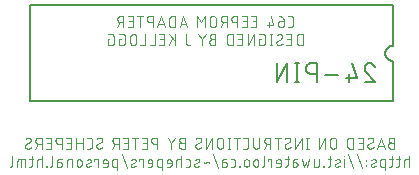
<source format=gbr>
G04 EAGLE Gerber RS-274X export*
G75*
%MOMM*%
%FSLAX34Y34*%
%LPD*%
%INSilkscreen Bottom*%
%IPPOS*%
%AMOC8*
5,1,8,0,0,1.08239X$1,22.5*%
G01*
%ADD10C,0.076200*%
%ADD11C,0.152400*%


D10*
X255675Y161671D02*
X257764Y161671D01*
X257853Y161673D01*
X257941Y161679D01*
X258029Y161688D01*
X258117Y161701D01*
X258204Y161718D01*
X258290Y161738D01*
X258375Y161763D01*
X258460Y161790D01*
X258543Y161822D01*
X258624Y161856D01*
X258704Y161895D01*
X258782Y161936D01*
X258859Y161981D01*
X258933Y162029D01*
X259006Y162080D01*
X259076Y162134D01*
X259143Y162192D01*
X259209Y162252D01*
X259271Y162314D01*
X259331Y162380D01*
X259389Y162447D01*
X259443Y162517D01*
X259494Y162590D01*
X259542Y162664D01*
X259587Y162741D01*
X259628Y162819D01*
X259667Y162899D01*
X259701Y162980D01*
X259733Y163063D01*
X259760Y163148D01*
X259785Y163233D01*
X259805Y163319D01*
X259822Y163406D01*
X259835Y163494D01*
X259844Y163582D01*
X259850Y163670D01*
X259852Y163759D01*
X259852Y168981D01*
X259850Y169070D01*
X259844Y169158D01*
X259835Y169246D01*
X259822Y169334D01*
X259805Y169421D01*
X259785Y169507D01*
X259760Y169592D01*
X259733Y169677D01*
X259701Y169760D01*
X259667Y169841D01*
X259628Y169921D01*
X259587Y169999D01*
X259542Y170076D01*
X259494Y170150D01*
X259443Y170223D01*
X259389Y170293D01*
X259331Y170360D01*
X259271Y170426D01*
X259209Y170488D01*
X259143Y170548D01*
X259076Y170606D01*
X259006Y170660D01*
X258933Y170711D01*
X258859Y170759D01*
X258782Y170804D01*
X258704Y170845D01*
X258624Y170884D01*
X258543Y170918D01*
X258460Y170950D01*
X258375Y170977D01*
X258290Y171002D01*
X258204Y171022D01*
X258117Y171039D01*
X258029Y171052D01*
X257941Y171061D01*
X257853Y171067D01*
X257764Y171069D01*
X255675Y171069D01*
X252206Y166892D02*
X249074Y166892D01*
X248985Y166890D01*
X248897Y166884D01*
X248809Y166875D01*
X248721Y166862D01*
X248634Y166845D01*
X248548Y166825D01*
X248463Y166800D01*
X248378Y166773D01*
X248295Y166741D01*
X248214Y166707D01*
X248134Y166668D01*
X248056Y166627D01*
X247979Y166582D01*
X247905Y166534D01*
X247832Y166483D01*
X247762Y166429D01*
X247695Y166371D01*
X247629Y166311D01*
X247567Y166249D01*
X247507Y166183D01*
X247449Y166116D01*
X247395Y166046D01*
X247344Y165973D01*
X247296Y165899D01*
X247251Y165822D01*
X247210Y165744D01*
X247171Y165664D01*
X247137Y165583D01*
X247105Y165500D01*
X247078Y165415D01*
X247053Y165330D01*
X247033Y165244D01*
X247016Y165157D01*
X247003Y165069D01*
X246994Y164981D01*
X246988Y164893D01*
X246986Y164804D01*
X246985Y164804D02*
X246985Y164282D01*
X246987Y164181D01*
X246993Y164080D01*
X247003Y163979D01*
X247016Y163879D01*
X247034Y163779D01*
X247055Y163680D01*
X247081Y163582D01*
X247110Y163485D01*
X247142Y163389D01*
X247179Y163295D01*
X247219Y163202D01*
X247263Y163110D01*
X247310Y163021D01*
X247361Y162933D01*
X247415Y162847D01*
X247472Y162764D01*
X247532Y162682D01*
X247596Y162604D01*
X247662Y162527D01*
X247732Y162454D01*
X247804Y162383D01*
X247879Y162315D01*
X247957Y162250D01*
X248037Y162188D01*
X248119Y162129D01*
X248204Y162073D01*
X248291Y162021D01*
X248379Y161972D01*
X248470Y161926D01*
X248562Y161885D01*
X248656Y161846D01*
X248751Y161812D01*
X248847Y161781D01*
X248945Y161754D01*
X249043Y161730D01*
X249143Y161711D01*
X249243Y161695D01*
X249343Y161683D01*
X249444Y161675D01*
X249545Y161671D01*
X249647Y161671D01*
X249748Y161675D01*
X249849Y161683D01*
X249949Y161695D01*
X250049Y161711D01*
X250149Y161730D01*
X250247Y161754D01*
X250345Y161781D01*
X250441Y161812D01*
X250536Y161846D01*
X250630Y161885D01*
X250722Y161926D01*
X250813Y161972D01*
X250901Y162021D01*
X250988Y162073D01*
X251073Y162129D01*
X251155Y162188D01*
X251235Y162250D01*
X251313Y162315D01*
X251388Y162383D01*
X251460Y162454D01*
X251530Y162527D01*
X251596Y162604D01*
X251660Y162682D01*
X251720Y162764D01*
X251777Y162847D01*
X251831Y162933D01*
X251882Y163021D01*
X251929Y163110D01*
X251973Y163202D01*
X252013Y163295D01*
X252050Y163389D01*
X252082Y163485D01*
X252111Y163582D01*
X252137Y163680D01*
X252158Y163779D01*
X252176Y163879D01*
X252189Y163979D01*
X252199Y164080D01*
X252205Y164181D01*
X252207Y164282D01*
X252206Y164282D02*
X252206Y166892D01*
X252204Y167018D01*
X252198Y167144D01*
X252189Y167270D01*
X252176Y167395D01*
X252158Y167520D01*
X252138Y167645D01*
X252113Y167769D01*
X252085Y167892D01*
X252053Y168014D01*
X252017Y168135D01*
X251978Y168255D01*
X251935Y168373D01*
X251888Y168490D01*
X251838Y168606D01*
X251784Y168721D01*
X251728Y168833D01*
X251667Y168944D01*
X251604Y169053D01*
X251537Y169160D01*
X251467Y169265D01*
X251393Y169368D01*
X251317Y169468D01*
X251238Y169566D01*
X251156Y169662D01*
X251070Y169755D01*
X250983Y169846D01*
X250892Y169933D01*
X250799Y170019D01*
X250703Y170101D01*
X250605Y170180D01*
X250505Y170256D01*
X250402Y170330D01*
X250297Y170400D01*
X250190Y170467D01*
X250081Y170530D01*
X249970Y170591D01*
X249858Y170647D01*
X249743Y170701D01*
X249627Y170751D01*
X249510Y170798D01*
X249392Y170841D01*
X249272Y170880D01*
X249151Y170916D01*
X249029Y170948D01*
X248906Y170976D01*
X248782Y171001D01*
X248657Y171021D01*
X248532Y171039D01*
X248407Y171052D01*
X248281Y171061D01*
X248155Y171067D01*
X248029Y171069D01*
X240974Y171069D02*
X243062Y163759D01*
X237841Y163759D01*
X239408Y161671D02*
X239408Y165848D01*
X228719Y161671D02*
X224542Y161671D01*
X228719Y161671D02*
X228719Y171069D01*
X224542Y171069D01*
X225587Y166892D02*
X228719Y166892D01*
X220795Y161671D02*
X216618Y161671D01*
X220795Y161671D02*
X220795Y171069D01*
X216618Y171069D01*
X217662Y166892D02*
X220795Y166892D01*
X212756Y171069D02*
X212756Y161671D01*
X212756Y171069D02*
X210146Y171069D01*
X210045Y171067D01*
X209944Y171061D01*
X209843Y171051D01*
X209743Y171038D01*
X209643Y171020D01*
X209544Y170999D01*
X209446Y170973D01*
X209349Y170944D01*
X209253Y170912D01*
X209159Y170875D01*
X209066Y170835D01*
X208974Y170791D01*
X208885Y170744D01*
X208797Y170693D01*
X208711Y170639D01*
X208628Y170582D01*
X208546Y170522D01*
X208468Y170458D01*
X208391Y170392D01*
X208318Y170322D01*
X208247Y170250D01*
X208179Y170175D01*
X208114Y170097D01*
X208052Y170017D01*
X207993Y169935D01*
X207937Y169850D01*
X207885Y169764D01*
X207836Y169675D01*
X207790Y169584D01*
X207749Y169492D01*
X207710Y169398D01*
X207676Y169303D01*
X207645Y169207D01*
X207618Y169109D01*
X207594Y169011D01*
X207575Y168911D01*
X207559Y168811D01*
X207547Y168711D01*
X207539Y168610D01*
X207535Y168509D01*
X207535Y168407D01*
X207539Y168306D01*
X207547Y168205D01*
X207559Y168105D01*
X207575Y168005D01*
X207594Y167905D01*
X207618Y167807D01*
X207645Y167709D01*
X207676Y167613D01*
X207710Y167518D01*
X207749Y167424D01*
X207790Y167332D01*
X207836Y167241D01*
X207885Y167153D01*
X207937Y167066D01*
X207993Y166981D01*
X208052Y166899D01*
X208114Y166819D01*
X208179Y166741D01*
X208247Y166666D01*
X208318Y166594D01*
X208391Y166524D01*
X208468Y166458D01*
X208546Y166394D01*
X208628Y166334D01*
X208711Y166277D01*
X208797Y166223D01*
X208885Y166172D01*
X208974Y166125D01*
X209066Y166081D01*
X209159Y166041D01*
X209253Y166004D01*
X209349Y165972D01*
X209446Y165943D01*
X209544Y165917D01*
X209643Y165896D01*
X209743Y165878D01*
X209843Y165865D01*
X209944Y165855D01*
X210045Y165849D01*
X210146Y165847D01*
X210146Y165848D02*
X212756Y165848D01*
X203686Y161671D02*
X203686Y171069D01*
X201076Y171069D01*
X200975Y171067D01*
X200874Y171061D01*
X200773Y171051D01*
X200673Y171038D01*
X200573Y171020D01*
X200474Y170999D01*
X200376Y170973D01*
X200279Y170944D01*
X200183Y170912D01*
X200089Y170875D01*
X199996Y170835D01*
X199904Y170791D01*
X199815Y170744D01*
X199727Y170693D01*
X199641Y170639D01*
X199558Y170582D01*
X199476Y170522D01*
X199398Y170458D01*
X199321Y170392D01*
X199248Y170322D01*
X199177Y170250D01*
X199109Y170175D01*
X199044Y170097D01*
X198982Y170017D01*
X198923Y169935D01*
X198867Y169850D01*
X198815Y169764D01*
X198766Y169675D01*
X198720Y169584D01*
X198679Y169492D01*
X198640Y169398D01*
X198606Y169303D01*
X198575Y169207D01*
X198548Y169109D01*
X198524Y169011D01*
X198505Y168911D01*
X198489Y168811D01*
X198477Y168711D01*
X198469Y168610D01*
X198465Y168509D01*
X198465Y168407D01*
X198469Y168306D01*
X198477Y168205D01*
X198489Y168105D01*
X198505Y168005D01*
X198524Y167905D01*
X198548Y167807D01*
X198575Y167709D01*
X198606Y167613D01*
X198640Y167518D01*
X198679Y167424D01*
X198720Y167332D01*
X198766Y167241D01*
X198815Y167153D01*
X198867Y167066D01*
X198923Y166981D01*
X198982Y166899D01*
X199044Y166819D01*
X199109Y166741D01*
X199177Y166666D01*
X199248Y166594D01*
X199321Y166524D01*
X199398Y166458D01*
X199476Y166394D01*
X199558Y166334D01*
X199641Y166277D01*
X199727Y166223D01*
X199815Y166172D01*
X199904Y166125D01*
X199996Y166081D01*
X200089Y166041D01*
X200183Y166004D01*
X200279Y165972D01*
X200376Y165943D01*
X200474Y165917D01*
X200573Y165896D01*
X200673Y165878D01*
X200773Y165865D01*
X200874Y165855D01*
X200975Y165849D01*
X201076Y165847D01*
X201076Y165848D02*
X203686Y165848D01*
X200554Y165848D02*
X198465Y161671D01*
X194599Y164282D02*
X194599Y168458D01*
X194600Y168458D02*
X194598Y168559D01*
X194592Y168660D01*
X194582Y168761D01*
X194569Y168861D01*
X194551Y168961D01*
X194530Y169060D01*
X194504Y169158D01*
X194475Y169255D01*
X194443Y169351D01*
X194406Y169445D01*
X194366Y169538D01*
X194322Y169630D01*
X194275Y169719D01*
X194224Y169807D01*
X194170Y169893D01*
X194113Y169976D01*
X194053Y170058D01*
X193989Y170136D01*
X193923Y170213D01*
X193853Y170286D01*
X193781Y170357D01*
X193706Y170425D01*
X193628Y170490D01*
X193548Y170552D01*
X193466Y170611D01*
X193381Y170667D01*
X193295Y170719D01*
X193206Y170768D01*
X193115Y170814D01*
X193023Y170855D01*
X192929Y170894D01*
X192834Y170928D01*
X192738Y170959D01*
X192640Y170986D01*
X192542Y171010D01*
X192442Y171029D01*
X192342Y171045D01*
X192242Y171057D01*
X192141Y171065D01*
X192040Y171069D01*
X191938Y171069D01*
X191837Y171065D01*
X191736Y171057D01*
X191636Y171045D01*
X191536Y171029D01*
X191436Y171010D01*
X191338Y170986D01*
X191240Y170959D01*
X191144Y170928D01*
X191049Y170894D01*
X190955Y170855D01*
X190863Y170814D01*
X190772Y170768D01*
X190684Y170719D01*
X190597Y170667D01*
X190512Y170611D01*
X190430Y170552D01*
X190350Y170490D01*
X190272Y170425D01*
X190197Y170357D01*
X190125Y170286D01*
X190055Y170213D01*
X189989Y170136D01*
X189925Y170058D01*
X189865Y169976D01*
X189808Y169893D01*
X189754Y169807D01*
X189703Y169719D01*
X189656Y169630D01*
X189612Y169538D01*
X189572Y169445D01*
X189535Y169351D01*
X189503Y169255D01*
X189474Y169158D01*
X189448Y169060D01*
X189427Y168961D01*
X189409Y168861D01*
X189396Y168761D01*
X189386Y168660D01*
X189380Y168559D01*
X189378Y168458D01*
X189378Y164282D01*
X189380Y164181D01*
X189386Y164080D01*
X189396Y163979D01*
X189409Y163879D01*
X189427Y163779D01*
X189448Y163680D01*
X189474Y163582D01*
X189503Y163485D01*
X189535Y163389D01*
X189572Y163295D01*
X189612Y163202D01*
X189656Y163110D01*
X189703Y163021D01*
X189754Y162933D01*
X189808Y162847D01*
X189865Y162764D01*
X189925Y162682D01*
X189989Y162604D01*
X190055Y162527D01*
X190125Y162454D01*
X190197Y162383D01*
X190272Y162315D01*
X190350Y162250D01*
X190430Y162188D01*
X190512Y162129D01*
X190597Y162073D01*
X190684Y162021D01*
X190772Y161972D01*
X190863Y161926D01*
X190955Y161885D01*
X191049Y161846D01*
X191144Y161812D01*
X191240Y161781D01*
X191338Y161754D01*
X191436Y161730D01*
X191536Y161711D01*
X191636Y161695D01*
X191736Y161683D01*
X191837Y161675D01*
X191938Y161671D01*
X192040Y161671D01*
X192141Y161675D01*
X192242Y161683D01*
X192342Y161695D01*
X192442Y161711D01*
X192542Y161730D01*
X192640Y161754D01*
X192738Y161781D01*
X192834Y161812D01*
X192929Y161846D01*
X193023Y161885D01*
X193115Y161926D01*
X193206Y161972D01*
X193294Y162021D01*
X193381Y162073D01*
X193466Y162129D01*
X193548Y162188D01*
X193628Y162250D01*
X193706Y162315D01*
X193781Y162383D01*
X193853Y162454D01*
X193923Y162527D01*
X193989Y162604D01*
X194053Y162682D01*
X194113Y162764D01*
X194170Y162847D01*
X194224Y162933D01*
X194275Y163021D01*
X194322Y163110D01*
X194366Y163202D01*
X194406Y163295D01*
X194443Y163389D01*
X194475Y163485D01*
X194504Y163582D01*
X194530Y163680D01*
X194551Y163779D01*
X194569Y163879D01*
X194582Y163979D01*
X194592Y164080D01*
X194598Y164181D01*
X194600Y164282D01*
X185063Y161671D02*
X185063Y171069D01*
X181930Y165848D01*
X178798Y171069D01*
X178798Y161671D01*
X170128Y161671D02*
X166995Y171069D01*
X163863Y161671D01*
X164646Y164021D02*
X169345Y164021D01*
X160157Y161671D02*
X160157Y171069D01*
X157547Y171069D01*
X157447Y171067D01*
X157347Y171061D01*
X157248Y171052D01*
X157148Y171038D01*
X157050Y171021D01*
X156952Y171000D01*
X156855Y170976D01*
X156759Y170947D01*
X156664Y170915D01*
X156571Y170880D01*
X156479Y170841D01*
X156388Y170798D01*
X156300Y170752D01*
X156213Y170702D01*
X156128Y170650D01*
X156045Y170594D01*
X155964Y170535D01*
X155886Y170472D01*
X155810Y170407D01*
X155736Y170339D01*
X155666Y170269D01*
X155598Y170195D01*
X155533Y170119D01*
X155470Y170041D01*
X155411Y169960D01*
X155355Y169877D01*
X155303Y169792D01*
X155253Y169705D01*
X155207Y169617D01*
X155164Y169526D01*
X155125Y169434D01*
X155090Y169341D01*
X155058Y169246D01*
X155029Y169150D01*
X155005Y169053D01*
X154984Y168955D01*
X154967Y168857D01*
X154953Y168757D01*
X154944Y168658D01*
X154938Y168558D01*
X154936Y168458D01*
X154936Y164282D01*
X154938Y164182D01*
X154944Y164082D01*
X154953Y163983D01*
X154967Y163883D01*
X154984Y163785D01*
X155005Y163687D01*
X155029Y163590D01*
X155058Y163494D01*
X155090Y163399D01*
X155125Y163306D01*
X155164Y163214D01*
X155207Y163123D01*
X155253Y163035D01*
X155303Y162948D01*
X155355Y162863D01*
X155411Y162780D01*
X155470Y162699D01*
X155533Y162621D01*
X155598Y162545D01*
X155666Y162471D01*
X155736Y162401D01*
X155810Y162333D01*
X155886Y162268D01*
X155964Y162205D01*
X156045Y162146D01*
X156128Y162090D01*
X156213Y162038D01*
X156300Y161988D01*
X156388Y161942D01*
X156479Y161899D01*
X156571Y161860D01*
X156664Y161825D01*
X156759Y161793D01*
X156855Y161764D01*
X156952Y161740D01*
X157050Y161719D01*
X157148Y161702D01*
X157248Y161688D01*
X157347Y161679D01*
X157447Y161673D01*
X157547Y161671D01*
X160157Y161671D01*
X151231Y161671D02*
X148098Y171069D01*
X144965Y161671D01*
X145748Y164021D02*
X150447Y164021D01*
X141128Y161671D02*
X141128Y171069D01*
X138518Y171069D01*
X138417Y171067D01*
X138316Y171061D01*
X138215Y171051D01*
X138115Y171038D01*
X138015Y171020D01*
X137916Y170999D01*
X137818Y170973D01*
X137721Y170944D01*
X137625Y170912D01*
X137531Y170875D01*
X137438Y170835D01*
X137346Y170791D01*
X137257Y170744D01*
X137169Y170693D01*
X137083Y170639D01*
X137000Y170582D01*
X136918Y170522D01*
X136840Y170458D01*
X136763Y170392D01*
X136690Y170322D01*
X136619Y170250D01*
X136551Y170175D01*
X136486Y170097D01*
X136424Y170017D01*
X136365Y169935D01*
X136309Y169850D01*
X136257Y169764D01*
X136208Y169675D01*
X136162Y169584D01*
X136121Y169492D01*
X136082Y169398D01*
X136048Y169303D01*
X136017Y169207D01*
X135990Y169109D01*
X135966Y169011D01*
X135947Y168911D01*
X135931Y168811D01*
X135919Y168711D01*
X135911Y168610D01*
X135907Y168509D01*
X135907Y168407D01*
X135911Y168306D01*
X135919Y168205D01*
X135931Y168105D01*
X135947Y168005D01*
X135966Y167905D01*
X135990Y167807D01*
X136017Y167709D01*
X136048Y167613D01*
X136082Y167518D01*
X136121Y167424D01*
X136162Y167332D01*
X136208Y167241D01*
X136257Y167153D01*
X136309Y167066D01*
X136365Y166981D01*
X136424Y166899D01*
X136486Y166819D01*
X136551Y166741D01*
X136619Y166666D01*
X136690Y166594D01*
X136763Y166524D01*
X136840Y166458D01*
X136918Y166394D01*
X137000Y166334D01*
X137083Y166277D01*
X137169Y166223D01*
X137257Y166172D01*
X137346Y166125D01*
X137438Y166081D01*
X137531Y166041D01*
X137625Y166004D01*
X137721Y165972D01*
X137818Y165943D01*
X137916Y165917D01*
X138015Y165896D01*
X138115Y165878D01*
X138215Y165865D01*
X138316Y165855D01*
X138417Y165849D01*
X138518Y165847D01*
X138518Y165848D02*
X141128Y165848D01*
X130420Y161671D02*
X130420Y171069D01*
X133030Y171069D02*
X127809Y171069D01*
X124173Y161671D02*
X119997Y161671D01*
X124173Y161671D02*
X124173Y171069D01*
X119997Y171069D01*
X121041Y166892D02*
X124173Y166892D01*
X116209Y171069D02*
X116209Y161671D01*
X116209Y171069D02*
X113599Y171069D01*
X113498Y171067D01*
X113397Y171061D01*
X113296Y171051D01*
X113196Y171038D01*
X113096Y171020D01*
X112997Y170999D01*
X112899Y170973D01*
X112802Y170944D01*
X112706Y170912D01*
X112612Y170875D01*
X112519Y170835D01*
X112427Y170791D01*
X112338Y170744D01*
X112250Y170693D01*
X112164Y170639D01*
X112081Y170582D01*
X111999Y170522D01*
X111921Y170458D01*
X111844Y170392D01*
X111771Y170322D01*
X111700Y170250D01*
X111632Y170175D01*
X111567Y170097D01*
X111505Y170017D01*
X111446Y169935D01*
X111390Y169850D01*
X111338Y169764D01*
X111289Y169675D01*
X111243Y169584D01*
X111202Y169492D01*
X111163Y169398D01*
X111129Y169303D01*
X111098Y169207D01*
X111071Y169109D01*
X111047Y169011D01*
X111028Y168911D01*
X111012Y168811D01*
X111000Y168711D01*
X110992Y168610D01*
X110988Y168509D01*
X110988Y168407D01*
X110992Y168306D01*
X111000Y168205D01*
X111012Y168105D01*
X111028Y168005D01*
X111047Y167905D01*
X111071Y167807D01*
X111098Y167709D01*
X111129Y167613D01*
X111163Y167518D01*
X111202Y167424D01*
X111243Y167332D01*
X111289Y167241D01*
X111338Y167153D01*
X111390Y167066D01*
X111446Y166981D01*
X111505Y166899D01*
X111567Y166819D01*
X111632Y166741D01*
X111700Y166666D01*
X111771Y166594D01*
X111844Y166524D01*
X111921Y166458D01*
X111999Y166394D01*
X112081Y166334D01*
X112164Y166277D01*
X112250Y166223D01*
X112338Y166172D01*
X112427Y166125D01*
X112519Y166081D01*
X112612Y166041D01*
X112706Y166004D01*
X112802Y165972D01*
X112899Y165943D01*
X112997Y165917D01*
X113096Y165896D01*
X113196Y165878D01*
X113296Y165865D01*
X113397Y165855D01*
X113498Y165849D01*
X113599Y165847D01*
X113599Y165848D02*
X116209Y165848D01*
X113076Y165848D02*
X110988Y161671D01*
X268040Y155829D02*
X268040Y146431D01*
X268040Y155829D02*
X265430Y155829D01*
X265330Y155827D01*
X265230Y155821D01*
X265131Y155812D01*
X265031Y155798D01*
X264933Y155781D01*
X264835Y155760D01*
X264738Y155736D01*
X264642Y155707D01*
X264547Y155675D01*
X264454Y155640D01*
X264362Y155601D01*
X264271Y155558D01*
X264183Y155512D01*
X264096Y155462D01*
X264011Y155410D01*
X263928Y155354D01*
X263847Y155295D01*
X263769Y155232D01*
X263693Y155167D01*
X263619Y155099D01*
X263549Y155029D01*
X263481Y154955D01*
X263416Y154879D01*
X263353Y154801D01*
X263294Y154720D01*
X263238Y154637D01*
X263186Y154552D01*
X263136Y154465D01*
X263090Y154377D01*
X263047Y154286D01*
X263008Y154194D01*
X262973Y154101D01*
X262941Y154006D01*
X262912Y153910D01*
X262888Y153813D01*
X262867Y153715D01*
X262850Y153617D01*
X262836Y153517D01*
X262827Y153418D01*
X262821Y153318D01*
X262819Y153218D01*
X262819Y149042D01*
X262821Y148942D01*
X262827Y148842D01*
X262836Y148743D01*
X262850Y148643D01*
X262867Y148545D01*
X262888Y148447D01*
X262912Y148350D01*
X262941Y148254D01*
X262973Y148159D01*
X263008Y148066D01*
X263047Y147974D01*
X263090Y147883D01*
X263136Y147795D01*
X263186Y147708D01*
X263238Y147623D01*
X263294Y147540D01*
X263353Y147459D01*
X263416Y147381D01*
X263481Y147305D01*
X263549Y147231D01*
X263619Y147161D01*
X263693Y147093D01*
X263769Y147028D01*
X263847Y146965D01*
X263928Y146906D01*
X264011Y146850D01*
X264096Y146798D01*
X264183Y146748D01*
X264271Y146702D01*
X264362Y146659D01*
X264454Y146620D01*
X264547Y146585D01*
X264642Y146553D01*
X264738Y146524D01*
X264835Y146500D01*
X264933Y146479D01*
X265031Y146462D01*
X265131Y146448D01*
X265230Y146439D01*
X265330Y146433D01*
X265430Y146431D01*
X268040Y146431D01*
X258269Y146431D02*
X254092Y146431D01*
X258269Y146431D02*
X258269Y155829D01*
X254092Y155829D01*
X255136Y151652D02*
X258269Y151652D01*
X247839Y146431D02*
X247750Y146433D01*
X247662Y146439D01*
X247574Y146448D01*
X247486Y146461D01*
X247399Y146478D01*
X247313Y146498D01*
X247228Y146523D01*
X247143Y146550D01*
X247060Y146582D01*
X246979Y146616D01*
X246899Y146655D01*
X246821Y146696D01*
X246744Y146741D01*
X246670Y146789D01*
X246597Y146840D01*
X246527Y146894D01*
X246460Y146952D01*
X246394Y147012D01*
X246332Y147074D01*
X246272Y147140D01*
X246214Y147207D01*
X246160Y147277D01*
X246109Y147350D01*
X246061Y147424D01*
X246016Y147501D01*
X245975Y147579D01*
X245936Y147659D01*
X245902Y147740D01*
X245870Y147823D01*
X245843Y147908D01*
X245818Y147993D01*
X245798Y148079D01*
X245781Y148166D01*
X245768Y148254D01*
X245759Y148342D01*
X245753Y148430D01*
X245751Y148519D01*
X247839Y146431D02*
X247968Y146433D01*
X248097Y146439D01*
X248226Y146448D01*
X248354Y146461D01*
X248482Y146478D01*
X248609Y146499D01*
X248736Y146523D01*
X248862Y146551D01*
X248987Y146583D01*
X249111Y146618D01*
X249234Y146657D01*
X249356Y146700D01*
X249476Y146746D01*
X249595Y146796D01*
X249713Y146849D01*
X249829Y146905D01*
X249943Y146965D01*
X250056Y147028D01*
X250166Y147095D01*
X250275Y147164D01*
X250381Y147237D01*
X250486Y147313D01*
X250588Y147392D01*
X250688Y147474D01*
X250785Y147558D01*
X250880Y147646D01*
X250972Y147736D01*
X250710Y153741D02*
X250708Y153830D01*
X250702Y153918D01*
X250693Y154006D01*
X250680Y154094D01*
X250663Y154181D01*
X250643Y154267D01*
X250618Y154352D01*
X250591Y154437D01*
X250559Y154520D01*
X250525Y154601D01*
X250486Y154681D01*
X250445Y154759D01*
X250400Y154836D01*
X250352Y154910D01*
X250301Y154983D01*
X250247Y155053D01*
X250189Y155120D01*
X250129Y155186D01*
X250067Y155248D01*
X250001Y155308D01*
X249934Y155366D01*
X249864Y155420D01*
X249791Y155471D01*
X249717Y155519D01*
X249640Y155564D01*
X249562Y155605D01*
X249482Y155644D01*
X249401Y155678D01*
X249318Y155710D01*
X249233Y155737D01*
X249148Y155762D01*
X249062Y155782D01*
X248975Y155799D01*
X248887Y155812D01*
X248799Y155821D01*
X248711Y155827D01*
X248622Y155829D01*
X248502Y155827D01*
X248382Y155822D01*
X248263Y155812D01*
X248143Y155800D01*
X248024Y155783D01*
X247906Y155763D01*
X247788Y155739D01*
X247672Y155712D01*
X247556Y155681D01*
X247441Y155647D01*
X247327Y155609D01*
X247214Y155567D01*
X247103Y155522D01*
X246993Y155474D01*
X246885Y155423D01*
X246778Y155368D01*
X246673Y155310D01*
X246570Y155248D01*
X246469Y155184D01*
X246369Y155116D01*
X246272Y155046D01*
X249666Y151914D02*
X249744Y151962D01*
X249820Y152014D01*
X249893Y152068D01*
X249964Y152126D01*
X250033Y152187D01*
X250099Y152251D01*
X250162Y152318D01*
X250222Y152387D01*
X250279Y152459D01*
X250333Y152533D01*
X250383Y152610D01*
X250431Y152689D01*
X250474Y152769D01*
X250515Y152852D01*
X250551Y152936D01*
X250584Y153021D01*
X250613Y153108D01*
X250639Y153197D01*
X250661Y153286D01*
X250678Y153376D01*
X250692Y153466D01*
X250702Y153558D01*
X250708Y153649D01*
X250710Y153741D01*
X246794Y150346D02*
X246716Y150298D01*
X246640Y150246D01*
X246567Y150192D01*
X246496Y150134D01*
X246427Y150073D01*
X246361Y150009D01*
X246298Y149942D01*
X246238Y149873D01*
X246181Y149801D01*
X246127Y149727D01*
X246077Y149650D01*
X246029Y149571D01*
X245986Y149491D01*
X245945Y149408D01*
X245909Y149324D01*
X245876Y149239D01*
X245847Y149152D01*
X245821Y149063D01*
X245799Y148974D01*
X245782Y148884D01*
X245768Y148794D01*
X245758Y148702D01*
X245752Y148611D01*
X245750Y148519D01*
X246795Y150347D02*
X249666Y151913D01*
X241351Y155829D02*
X241351Y146431D01*
X242395Y146431D02*
X240306Y146431D01*
X240306Y155829D02*
X242395Y155829D01*
X232686Y151652D02*
X231120Y151652D01*
X231120Y146431D01*
X234253Y146431D01*
X234342Y146433D01*
X234430Y146439D01*
X234518Y146448D01*
X234606Y146461D01*
X234693Y146478D01*
X234779Y146498D01*
X234864Y146523D01*
X234949Y146550D01*
X235032Y146582D01*
X235113Y146616D01*
X235193Y146655D01*
X235271Y146696D01*
X235348Y146741D01*
X235422Y146789D01*
X235495Y146840D01*
X235565Y146894D01*
X235632Y146952D01*
X235698Y147012D01*
X235760Y147074D01*
X235820Y147140D01*
X235878Y147207D01*
X235932Y147277D01*
X235983Y147350D01*
X236031Y147424D01*
X236076Y147501D01*
X236117Y147579D01*
X236156Y147659D01*
X236190Y147740D01*
X236222Y147823D01*
X236249Y147908D01*
X236274Y147993D01*
X236294Y148079D01*
X236311Y148166D01*
X236324Y148254D01*
X236333Y148342D01*
X236339Y148430D01*
X236341Y148519D01*
X236341Y153741D01*
X236339Y153830D01*
X236333Y153918D01*
X236324Y154006D01*
X236311Y154094D01*
X236294Y154181D01*
X236274Y154267D01*
X236249Y154352D01*
X236222Y154437D01*
X236190Y154520D01*
X236156Y154601D01*
X236117Y154681D01*
X236076Y154759D01*
X236031Y154836D01*
X235983Y154910D01*
X235932Y154983D01*
X235878Y155053D01*
X235820Y155120D01*
X235760Y155186D01*
X235698Y155248D01*
X235632Y155308D01*
X235565Y155366D01*
X235495Y155420D01*
X235422Y155471D01*
X235348Y155519D01*
X235271Y155564D01*
X235193Y155605D01*
X235113Y155644D01*
X235032Y155678D01*
X234949Y155710D01*
X234864Y155737D01*
X234779Y155762D01*
X234693Y155782D01*
X234606Y155799D01*
X234518Y155812D01*
X234430Y155821D01*
X234342Y155827D01*
X234253Y155829D01*
X231120Y155829D01*
X226588Y155829D02*
X226588Y146431D01*
X221366Y146431D02*
X226588Y155829D01*
X221366Y155829D02*
X221366Y146431D01*
X216816Y146431D02*
X212640Y146431D01*
X216816Y146431D02*
X216816Y155829D01*
X212640Y155829D01*
X213684Y151652D02*
X216816Y151652D01*
X208909Y155829D02*
X208909Y146431D01*
X208909Y155829D02*
X206299Y155829D01*
X206199Y155827D01*
X206099Y155821D01*
X206000Y155812D01*
X205900Y155798D01*
X205802Y155781D01*
X205704Y155760D01*
X205607Y155736D01*
X205511Y155707D01*
X205416Y155675D01*
X205323Y155640D01*
X205231Y155601D01*
X205140Y155558D01*
X205052Y155512D01*
X204965Y155462D01*
X204880Y155410D01*
X204797Y155354D01*
X204716Y155295D01*
X204638Y155232D01*
X204562Y155167D01*
X204488Y155099D01*
X204418Y155029D01*
X204350Y154955D01*
X204285Y154879D01*
X204222Y154801D01*
X204163Y154720D01*
X204107Y154637D01*
X204055Y154552D01*
X204005Y154465D01*
X203959Y154377D01*
X203916Y154286D01*
X203877Y154194D01*
X203842Y154101D01*
X203810Y154006D01*
X203781Y153910D01*
X203757Y153813D01*
X203736Y153715D01*
X203719Y153617D01*
X203705Y153517D01*
X203696Y153418D01*
X203690Y153318D01*
X203688Y153218D01*
X203688Y149042D01*
X203690Y148942D01*
X203696Y148842D01*
X203705Y148743D01*
X203719Y148643D01*
X203736Y148545D01*
X203757Y148447D01*
X203781Y148350D01*
X203810Y148254D01*
X203842Y148159D01*
X203877Y148066D01*
X203916Y147974D01*
X203959Y147883D01*
X204005Y147795D01*
X204055Y147708D01*
X204107Y147623D01*
X204163Y147540D01*
X204222Y147459D01*
X204285Y147381D01*
X204350Y147305D01*
X204418Y147231D01*
X204488Y147161D01*
X204562Y147093D01*
X204638Y147028D01*
X204716Y146965D01*
X204797Y146906D01*
X204880Y146850D01*
X204965Y146798D01*
X205052Y146748D01*
X205140Y146702D01*
X205231Y146659D01*
X205323Y146620D01*
X205416Y146585D01*
X205511Y146553D01*
X205607Y146524D01*
X205704Y146500D01*
X205802Y146479D01*
X205900Y146462D01*
X206000Y146448D01*
X206099Y146439D01*
X206199Y146433D01*
X206299Y146431D01*
X208909Y146431D01*
X194148Y151652D02*
X191537Y151652D01*
X191537Y151653D02*
X191436Y151651D01*
X191335Y151645D01*
X191234Y151635D01*
X191134Y151622D01*
X191034Y151604D01*
X190935Y151583D01*
X190837Y151557D01*
X190740Y151528D01*
X190644Y151496D01*
X190550Y151459D01*
X190457Y151419D01*
X190365Y151375D01*
X190276Y151328D01*
X190188Y151277D01*
X190102Y151223D01*
X190019Y151166D01*
X189937Y151106D01*
X189859Y151042D01*
X189782Y150976D01*
X189709Y150906D01*
X189638Y150834D01*
X189570Y150759D01*
X189505Y150681D01*
X189443Y150601D01*
X189384Y150519D01*
X189328Y150434D01*
X189276Y150348D01*
X189227Y150259D01*
X189181Y150168D01*
X189140Y150076D01*
X189101Y149982D01*
X189067Y149887D01*
X189036Y149791D01*
X189009Y149693D01*
X188985Y149595D01*
X188966Y149495D01*
X188950Y149395D01*
X188938Y149295D01*
X188930Y149194D01*
X188926Y149093D01*
X188926Y148991D01*
X188930Y148890D01*
X188938Y148789D01*
X188950Y148689D01*
X188966Y148589D01*
X188985Y148489D01*
X189009Y148391D01*
X189036Y148293D01*
X189067Y148197D01*
X189101Y148102D01*
X189140Y148008D01*
X189181Y147916D01*
X189227Y147825D01*
X189276Y147737D01*
X189328Y147650D01*
X189384Y147565D01*
X189443Y147483D01*
X189505Y147403D01*
X189570Y147325D01*
X189638Y147250D01*
X189709Y147178D01*
X189782Y147108D01*
X189859Y147042D01*
X189937Y146978D01*
X190019Y146918D01*
X190102Y146861D01*
X190188Y146807D01*
X190276Y146756D01*
X190365Y146709D01*
X190457Y146665D01*
X190550Y146625D01*
X190644Y146588D01*
X190740Y146556D01*
X190837Y146527D01*
X190935Y146501D01*
X191034Y146480D01*
X191134Y146462D01*
X191234Y146449D01*
X191335Y146439D01*
X191436Y146433D01*
X191537Y146431D01*
X194148Y146431D01*
X194148Y155829D01*
X191537Y155829D01*
X191447Y155827D01*
X191358Y155821D01*
X191268Y155812D01*
X191179Y155798D01*
X191091Y155781D01*
X191004Y155760D01*
X190917Y155735D01*
X190832Y155706D01*
X190748Y155674D01*
X190666Y155639D01*
X190585Y155599D01*
X190506Y155557D01*
X190429Y155511D01*
X190354Y155461D01*
X190281Y155409D01*
X190210Y155353D01*
X190142Y155295D01*
X190077Y155233D01*
X190014Y155169D01*
X189954Y155102D01*
X189897Y155033D01*
X189843Y154961D01*
X189792Y154887D01*
X189744Y154811D01*
X189700Y154733D01*
X189659Y154653D01*
X189621Y154571D01*
X189587Y154488D01*
X189557Y154403D01*
X189530Y154317D01*
X189507Y154231D01*
X189488Y154143D01*
X189473Y154054D01*
X189461Y153965D01*
X189453Y153876D01*
X189449Y153786D01*
X189449Y153696D01*
X189453Y153606D01*
X189461Y153517D01*
X189473Y153428D01*
X189488Y153339D01*
X189507Y153251D01*
X189530Y153165D01*
X189557Y153079D01*
X189587Y152994D01*
X189621Y152911D01*
X189659Y152829D01*
X189700Y152749D01*
X189744Y152671D01*
X189792Y152595D01*
X189843Y152521D01*
X189897Y152449D01*
X189954Y152380D01*
X190014Y152313D01*
X190077Y152249D01*
X190142Y152187D01*
X190210Y152129D01*
X190281Y152073D01*
X190354Y152021D01*
X190429Y151971D01*
X190506Y151925D01*
X190585Y151883D01*
X190666Y151843D01*
X190748Y151808D01*
X190832Y151776D01*
X190917Y151747D01*
X191004Y151722D01*
X191091Y151701D01*
X191179Y151684D01*
X191268Y151670D01*
X191358Y151661D01*
X191447Y151655D01*
X191537Y151653D01*
X185962Y155829D02*
X182829Y151391D01*
X179697Y155829D01*
X182829Y151391D02*
X182829Y146431D01*
X169210Y148519D02*
X169210Y155829D01*
X169210Y148519D02*
X169212Y148430D01*
X169218Y148342D01*
X169227Y148254D01*
X169240Y148166D01*
X169257Y148079D01*
X169277Y147993D01*
X169302Y147908D01*
X169329Y147823D01*
X169361Y147740D01*
X169395Y147659D01*
X169434Y147579D01*
X169475Y147501D01*
X169520Y147424D01*
X169568Y147350D01*
X169619Y147277D01*
X169673Y147207D01*
X169731Y147140D01*
X169791Y147074D01*
X169853Y147012D01*
X169919Y146952D01*
X169986Y146894D01*
X170056Y146840D01*
X170129Y146789D01*
X170203Y146741D01*
X170280Y146696D01*
X170358Y146655D01*
X170438Y146616D01*
X170519Y146582D01*
X170602Y146550D01*
X170687Y146523D01*
X170772Y146498D01*
X170858Y146478D01*
X170945Y146461D01*
X171033Y146448D01*
X171121Y146439D01*
X171209Y146433D01*
X171298Y146431D01*
X172343Y146431D01*
X159705Y146431D02*
X159705Y155829D01*
X154484Y155829D02*
X159705Y150086D01*
X157617Y152174D02*
X154484Y146431D01*
X150675Y146431D02*
X146498Y146431D01*
X150675Y146431D02*
X150675Y155829D01*
X146498Y155829D01*
X147543Y151652D02*
X150675Y151652D01*
X142750Y155829D02*
X142750Y146431D01*
X138574Y146431D01*
X134826Y146431D02*
X134826Y155829D01*
X134826Y146431D02*
X130649Y146431D01*
X127223Y149042D02*
X127223Y153218D01*
X127224Y153218D02*
X127222Y153319D01*
X127216Y153420D01*
X127206Y153521D01*
X127193Y153621D01*
X127175Y153721D01*
X127154Y153820D01*
X127128Y153918D01*
X127099Y154015D01*
X127067Y154111D01*
X127030Y154205D01*
X126990Y154298D01*
X126946Y154390D01*
X126899Y154479D01*
X126848Y154567D01*
X126794Y154653D01*
X126737Y154736D01*
X126677Y154818D01*
X126613Y154896D01*
X126547Y154973D01*
X126477Y155046D01*
X126405Y155117D01*
X126330Y155185D01*
X126252Y155250D01*
X126172Y155312D01*
X126090Y155371D01*
X126005Y155427D01*
X125919Y155479D01*
X125830Y155528D01*
X125739Y155574D01*
X125647Y155615D01*
X125553Y155654D01*
X125458Y155688D01*
X125362Y155719D01*
X125264Y155746D01*
X125166Y155770D01*
X125066Y155789D01*
X124966Y155805D01*
X124866Y155817D01*
X124765Y155825D01*
X124664Y155829D01*
X124562Y155829D01*
X124461Y155825D01*
X124360Y155817D01*
X124260Y155805D01*
X124160Y155789D01*
X124060Y155770D01*
X123962Y155746D01*
X123864Y155719D01*
X123768Y155688D01*
X123673Y155654D01*
X123579Y155615D01*
X123487Y155574D01*
X123396Y155528D01*
X123308Y155479D01*
X123221Y155427D01*
X123136Y155371D01*
X123054Y155312D01*
X122974Y155250D01*
X122896Y155185D01*
X122821Y155117D01*
X122749Y155046D01*
X122679Y154973D01*
X122613Y154896D01*
X122549Y154818D01*
X122489Y154736D01*
X122432Y154653D01*
X122378Y154567D01*
X122327Y154479D01*
X122280Y154390D01*
X122236Y154298D01*
X122196Y154205D01*
X122159Y154111D01*
X122127Y154015D01*
X122098Y153918D01*
X122072Y153820D01*
X122051Y153721D01*
X122033Y153621D01*
X122020Y153521D01*
X122010Y153420D01*
X122004Y153319D01*
X122002Y153218D01*
X122002Y149042D01*
X122004Y148941D01*
X122010Y148840D01*
X122020Y148739D01*
X122033Y148639D01*
X122051Y148539D01*
X122072Y148440D01*
X122098Y148342D01*
X122127Y148245D01*
X122159Y148149D01*
X122196Y148055D01*
X122236Y147962D01*
X122280Y147870D01*
X122327Y147781D01*
X122378Y147693D01*
X122432Y147607D01*
X122489Y147524D01*
X122549Y147442D01*
X122613Y147364D01*
X122679Y147287D01*
X122749Y147214D01*
X122821Y147143D01*
X122896Y147075D01*
X122974Y147010D01*
X123054Y146948D01*
X123136Y146889D01*
X123221Y146833D01*
X123308Y146781D01*
X123396Y146732D01*
X123487Y146686D01*
X123579Y146645D01*
X123673Y146606D01*
X123768Y146572D01*
X123864Y146541D01*
X123962Y146514D01*
X124060Y146490D01*
X124160Y146471D01*
X124260Y146455D01*
X124360Y146443D01*
X124461Y146435D01*
X124562Y146431D01*
X124664Y146431D01*
X124765Y146435D01*
X124866Y146443D01*
X124966Y146455D01*
X125066Y146471D01*
X125166Y146490D01*
X125264Y146514D01*
X125362Y146541D01*
X125458Y146572D01*
X125553Y146606D01*
X125647Y146645D01*
X125739Y146686D01*
X125830Y146732D01*
X125918Y146781D01*
X126005Y146833D01*
X126090Y146889D01*
X126172Y146948D01*
X126252Y147010D01*
X126330Y147075D01*
X126405Y147143D01*
X126477Y147214D01*
X126547Y147287D01*
X126613Y147364D01*
X126677Y147442D01*
X126737Y147524D01*
X126794Y147607D01*
X126848Y147693D01*
X126899Y147781D01*
X126946Y147870D01*
X126990Y147962D01*
X127030Y148055D01*
X127067Y148149D01*
X127099Y148245D01*
X127128Y148342D01*
X127154Y148440D01*
X127175Y148539D01*
X127193Y148639D01*
X127206Y148739D01*
X127216Y148840D01*
X127222Y148941D01*
X127224Y149042D01*
X114120Y151652D02*
X112553Y151652D01*
X112553Y146431D01*
X115686Y146431D01*
X115775Y146433D01*
X115863Y146439D01*
X115951Y146448D01*
X116039Y146461D01*
X116126Y146478D01*
X116212Y146498D01*
X116297Y146523D01*
X116382Y146550D01*
X116465Y146582D01*
X116546Y146616D01*
X116626Y146655D01*
X116704Y146696D01*
X116781Y146741D01*
X116855Y146789D01*
X116928Y146840D01*
X116998Y146894D01*
X117065Y146952D01*
X117131Y147012D01*
X117193Y147074D01*
X117253Y147140D01*
X117311Y147207D01*
X117365Y147277D01*
X117416Y147350D01*
X117464Y147424D01*
X117509Y147501D01*
X117550Y147579D01*
X117589Y147659D01*
X117623Y147740D01*
X117655Y147823D01*
X117682Y147908D01*
X117707Y147993D01*
X117727Y148079D01*
X117744Y148166D01*
X117757Y148254D01*
X117766Y148342D01*
X117772Y148430D01*
X117774Y148519D01*
X117774Y153741D01*
X117772Y153830D01*
X117766Y153918D01*
X117757Y154006D01*
X117744Y154094D01*
X117727Y154181D01*
X117707Y154267D01*
X117682Y154352D01*
X117655Y154437D01*
X117623Y154520D01*
X117589Y154601D01*
X117550Y154681D01*
X117509Y154759D01*
X117464Y154836D01*
X117416Y154910D01*
X117365Y154983D01*
X117311Y155053D01*
X117253Y155120D01*
X117193Y155186D01*
X117131Y155248D01*
X117065Y155308D01*
X116998Y155366D01*
X116928Y155420D01*
X116855Y155471D01*
X116781Y155519D01*
X116704Y155564D01*
X116626Y155605D01*
X116546Y155644D01*
X116465Y155678D01*
X116382Y155710D01*
X116297Y155737D01*
X116212Y155762D01*
X116126Y155782D01*
X116039Y155799D01*
X115951Y155812D01*
X115863Y155821D01*
X115775Y155827D01*
X115686Y155829D01*
X112553Y155829D01*
X104366Y151652D02*
X102800Y151652D01*
X102800Y146431D01*
X105932Y146431D01*
X106021Y146433D01*
X106109Y146439D01*
X106197Y146448D01*
X106285Y146461D01*
X106372Y146478D01*
X106458Y146498D01*
X106543Y146523D01*
X106628Y146550D01*
X106711Y146582D01*
X106792Y146616D01*
X106872Y146655D01*
X106950Y146696D01*
X107027Y146741D01*
X107101Y146789D01*
X107174Y146840D01*
X107244Y146894D01*
X107311Y146952D01*
X107377Y147012D01*
X107439Y147074D01*
X107499Y147140D01*
X107557Y147207D01*
X107611Y147277D01*
X107662Y147350D01*
X107710Y147424D01*
X107755Y147501D01*
X107796Y147579D01*
X107835Y147659D01*
X107869Y147740D01*
X107901Y147823D01*
X107928Y147908D01*
X107953Y147993D01*
X107973Y148079D01*
X107990Y148166D01*
X108003Y148254D01*
X108012Y148342D01*
X108018Y148430D01*
X108020Y148519D01*
X108021Y148519D02*
X108021Y153741D01*
X108020Y153741D02*
X108018Y153830D01*
X108012Y153918D01*
X108003Y154006D01*
X107990Y154094D01*
X107973Y154181D01*
X107953Y154267D01*
X107928Y154352D01*
X107901Y154437D01*
X107869Y154520D01*
X107835Y154601D01*
X107796Y154681D01*
X107755Y154759D01*
X107710Y154836D01*
X107662Y154910D01*
X107611Y154983D01*
X107557Y155053D01*
X107499Y155120D01*
X107439Y155186D01*
X107377Y155248D01*
X107311Y155308D01*
X107244Y155366D01*
X107174Y155420D01*
X107101Y155471D01*
X107027Y155519D01*
X106950Y155564D01*
X106872Y155605D01*
X106792Y155644D01*
X106711Y155678D01*
X106628Y155710D01*
X106543Y155737D01*
X106458Y155762D01*
X106372Y155782D01*
X106285Y155799D01*
X106197Y155812D01*
X106109Y155821D01*
X106021Y155827D01*
X105932Y155829D01*
X102800Y155829D01*
X342935Y64022D02*
X345546Y64022D01*
X342935Y64023D02*
X342834Y64021D01*
X342733Y64015D01*
X342632Y64005D01*
X342532Y63992D01*
X342432Y63974D01*
X342333Y63953D01*
X342235Y63927D01*
X342138Y63898D01*
X342042Y63866D01*
X341948Y63829D01*
X341855Y63789D01*
X341763Y63745D01*
X341674Y63698D01*
X341586Y63647D01*
X341500Y63593D01*
X341417Y63536D01*
X341335Y63476D01*
X341257Y63412D01*
X341180Y63346D01*
X341107Y63276D01*
X341036Y63204D01*
X340968Y63129D01*
X340903Y63051D01*
X340841Y62971D01*
X340782Y62889D01*
X340726Y62804D01*
X340674Y62718D01*
X340625Y62629D01*
X340579Y62538D01*
X340538Y62446D01*
X340499Y62352D01*
X340465Y62257D01*
X340434Y62161D01*
X340407Y62063D01*
X340383Y61965D01*
X340364Y61865D01*
X340348Y61765D01*
X340336Y61665D01*
X340328Y61564D01*
X340324Y61463D01*
X340324Y61361D01*
X340328Y61260D01*
X340336Y61159D01*
X340348Y61059D01*
X340364Y60959D01*
X340383Y60859D01*
X340407Y60761D01*
X340434Y60663D01*
X340465Y60567D01*
X340499Y60472D01*
X340538Y60378D01*
X340579Y60286D01*
X340625Y60195D01*
X340674Y60107D01*
X340726Y60020D01*
X340782Y59935D01*
X340841Y59853D01*
X340903Y59773D01*
X340968Y59695D01*
X341036Y59620D01*
X341107Y59548D01*
X341180Y59478D01*
X341257Y59412D01*
X341335Y59348D01*
X341417Y59288D01*
X341500Y59231D01*
X341586Y59177D01*
X341674Y59126D01*
X341763Y59079D01*
X341855Y59035D01*
X341948Y58995D01*
X342042Y58958D01*
X342138Y58926D01*
X342235Y58897D01*
X342333Y58871D01*
X342432Y58850D01*
X342532Y58832D01*
X342632Y58819D01*
X342733Y58809D01*
X342834Y58803D01*
X342935Y58801D01*
X345546Y58801D01*
X345546Y68199D01*
X342935Y68199D01*
X342845Y68197D01*
X342756Y68191D01*
X342666Y68182D01*
X342577Y68168D01*
X342489Y68151D01*
X342402Y68130D01*
X342315Y68105D01*
X342230Y68076D01*
X342146Y68044D01*
X342064Y68009D01*
X341983Y67969D01*
X341904Y67927D01*
X341827Y67881D01*
X341752Y67831D01*
X341679Y67779D01*
X341608Y67723D01*
X341540Y67665D01*
X341475Y67603D01*
X341412Y67539D01*
X341352Y67472D01*
X341295Y67403D01*
X341241Y67331D01*
X341190Y67257D01*
X341142Y67181D01*
X341098Y67103D01*
X341057Y67023D01*
X341019Y66941D01*
X340985Y66858D01*
X340955Y66773D01*
X340928Y66687D01*
X340905Y66601D01*
X340886Y66513D01*
X340871Y66424D01*
X340859Y66335D01*
X340851Y66246D01*
X340847Y66156D01*
X340847Y66066D01*
X340851Y65976D01*
X340859Y65887D01*
X340871Y65798D01*
X340886Y65709D01*
X340905Y65621D01*
X340928Y65535D01*
X340955Y65449D01*
X340985Y65364D01*
X341019Y65281D01*
X341057Y65199D01*
X341098Y65119D01*
X341142Y65041D01*
X341190Y64965D01*
X341241Y64891D01*
X341295Y64819D01*
X341352Y64750D01*
X341412Y64683D01*
X341475Y64619D01*
X341540Y64557D01*
X341608Y64499D01*
X341679Y64443D01*
X341752Y64391D01*
X341827Y64341D01*
X341904Y64295D01*
X341983Y64253D01*
X342064Y64213D01*
X342146Y64178D01*
X342230Y64146D01*
X342315Y64117D01*
X342402Y64092D01*
X342489Y64071D01*
X342577Y64054D01*
X342666Y64040D01*
X342756Y64031D01*
X342845Y64025D01*
X342935Y64023D01*
X337360Y58801D02*
X334227Y68199D01*
X331095Y58801D01*
X331878Y61151D02*
X336577Y61151D01*
X324866Y58801D02*
X324777Y58803D01*
X324689Y58809D01*
X324601Y58818D01*
X324513Y58831D01*
X324426Y58848D01*
X324340Y58868D01*
X324255Y58893D01*
X324170Y58920D01*
X324087Y58952D01*
X324006Y58986D01*
X323926Y59025D01*
X323848Y59066D01*
X323771Y59111D01*
X323697Y59159D01*
X323624Y59210D01*
X323554Y59264D01*
X323487Y59322D01*
X323421Y59382D01*
X323359Y59444D01*
X323299Y59510D01*
X323241Y59577D01*
X323187Y59647D01*
X323136Y59720D01*
X323088Y59794D01*
X323043Y59871D01*
X323002Y59949D01*
X322963Y60029D01*
X322929Y60110D01*
X322897Y60193D01*
X322870Y60278D01*
X322845Y60363D01*
X322825Y60449D01*
X322808Y60536D01*
X322795Y60624D01*
X322786Y60712D01*
X322780Y60800D01*
X322778Y60889D01*
X324866Y58801D02*
X324995Y58803D01*
X325124Y58809D01*
X325253Y58818D01*
X325381Y58831D01*
X325509Y58848D01*
X325636Y58869D01*
X325763Y58893D01*
X325889Y58921D01*
X326014Y58953D01*
X326138Y58988D01*
X326261Y59027D01*
X326383Y59070D01*
X326503Y59116D01*
X326622Y59166D01*
X326740Y59219D01*
X326856Y59275D01*
X326970Y59335D01*
X327083Y59398D01*
X327193Y59465D01*
X327302Y59534D01*
X327408Y59607D01*
X327513Y59683D01*
X327615Y59762D01*
X327715Y59844D01*
X327812Y59928D01*
X327907Y60016D01*
X327999Y60106D01*
X327737Y66111D02*
X327735Y66200D01*
X327729Y66288D01*
X327720Y66376D01*
X327707Y66464D01*
X327690Y66551D01*
X327670Y66637D01*
X327645Y66722D01*
X327618Y66807D01*
X327586Y66890D01*
X327552Y66971D01*
X327513Y67051D01*
X327472Y67129D01*
X327427Y67206D01*
X327379Y67280D01*
X327328Y67353D01*
X327274Y67423D01*
X327216Y67490D01*
X327156Y67556D01*
X327094Y67618D01*
X327028Y67678D01*
X326961Y67736D01*
X326891Y67790D01*
X326818Y67841D01*
X326744Y67889D01*
X326667Y67934D01*
X326589Y67975D01*
X326509Y68014D01*
X326428Y68048D01*
X326345Y68080D01*
X326260Y68107D01*
X326175Y68132D01*
X326089Y68152D01*
X326002Y68169D01*
X325914Y68182D01*
X325826Y68191D01*
X325738Y68197D01*
X325649Y68199D01*
X325529Y68197D01*
X325409Y68192D01*
X325290Y68182D01*
X325170Y68170D01*
X325051Y68153D01*
X324933Y68133D01*
X324815Y68109D01*
X324699Y68082D01*
X324583Y68051D01*
X324468Y68017D01*
X324354Y67979D01*
X324241Y67937D01*
X324130Y67892D01*
X324020Y67844D01*
X323912Y67793D01*
X323805Y67738D01*
X323700Y67680D01*
X323597Y67618D01*
X323496Y67554D01*
X323396Y67486D01*
X323299Y67416D01*
X326694Y64284D02*
X326772Y64332D01*
X326848Y64384D01*
X326921Y64438D01*
X326992Y64496D01*
X327061Y64557D01*
X327127Y64621D01*
X327190Y64688D01*
X327250Y64757D01*
X327307Y64829D01*
X327361Y64903D01*
X327411Y64980D01*
X327459Y65059D01*
X327502Y65139D01*
X327543Y65222D01*
X327579Y65306D01*
X327612Y65391D01*
X327641Y65478D01*
X327667Y65567D01*
X327689Y65656D01*
X327706Y65746D01*
X327720Y65836D01*
X327730Y65928D01*
X327736Y66019D01*
X327738Y66111D01*
X323822Y62716D02*
X323744Y62668D01*
X323668Y62616D01*
X323595Y62562D01*
X323524Y62504D01*
X323455Y62443D01*
X323389Y62379D01*
X323326Y62312D01*
X323266Y62243D01*
X323209Y62171D01*
X323155Y62097D01*
X323105Y62020D01*
X323057Y61941D01*
X323014Y61861D01*
X322973Y61778D01*
X322937Y61694D01*
X322904Y61609D01*
X322875Y61522D01*
X322849Y61433D01*
X322827Y61344D01*
X322810Y61254D01*
X322796Y61164D01*
X322786Y61072D01*
X322780Y60981D01*
X322778Y60889D01*
X323822Y62717D02*
X326693Y64283D01*
X318837Y58801D02*
X314660Y58801D01*
X318837Y58801D02*
X318837Y68199D01*
X314660Y68199D01*
X315705Y64022D02*
X318837Y64022D01*
X310930Y68199D02*
X310930Y58801D01*
X310930Y68199D02*
X308319Y68199D01*
X308219Y68197D01*
X308119Y68191D01*
X308020Y68182D01*
X307920Y68168D01*
X307822Y68151D01*
X307724Y68130D01*
X307627Y68106D01*
X307531Y68077D01*
X307436Y68045D01*
X307343Y68010D01*
X307251Y67971D01*
X307160Y67928D01*
X307072Y67882D01*
X306985Y67832D01*
X306900Y67780D01*
X306817Y67724D01*
X306736Y67665D01*
X306658Y67602D01*
X306582Y67537D01*
X306508Y67469D01*
X306438Y67399D01*
X306370Y67325D01*
X306305Y67249D01*
X306242Y67171D01*
X306183Y67090D01*
X306127Y67007D01*
X306075Y66922D01*
X306025Y66835D01*
X305979Y66747D01*
X305936Y66656D01*
X305897Y66564D01*
X305862Y66471D01*
X305830Y66376D01*
X305801Y66280D01*
X305777Y66183D01*
X305756Y66085D01*
X305739Y65987D01*
X305725Y65887D01*
X305716Y65788D01*
X305710Y65688D01*
X305708Y65588D01*
X305709Y65588D02*
X305709Y61412D01*
X305708Y61412D02*
X305710Y61312D01*
X305716Y61212D01*
X305725Y61113D01*
X305739Y61013D01*
X305756Y60915D01*
X305777Y60817D01*
X305801Y60720D01*
X305830Y60624D01*
X305862Y60529D01*
X305897Y60436D01*
X305936Y60344D01*
X305979Y60253D01*
X306025Y60165D01*
X306075Y60078D01*
X306127Y59993D01*
X306183Y59910D01*
X306242Y59829D01*
X306305Y59751D01*
X306370Y59675D01*
X306438Y59601D01*
X306508Y59531D01*
X306582Y59463D01*
X306658Y59398D01*
X306736Y59335D01*
X306817Y59276D01*
X306900Y59220D01*
X306985Y59168D01*
X307072Y59118D01*
X307160Y59072D01*
X307251Y59029D01*
X307343Y58990D01*
X307436Y58955D01*
X307531Y58923D01*
X307627Y58894D01*
X307724Y58870D01*
X307822Y58849D01*
X307920Y58832D01*
X308020Y58818D01*
X308119Y58809D01*
X308219Y58803D01*
X308319Y58801D01*
X310930Y58801D01*
X296604Y61412D02*
X296604Y65588D01*
X296605Y65588D02*
X296603Y65689D01*
X296597Y65790D01*
X296587Y65891D01*
X296574Y65991D01*
X296556Y66091D01*
X296535Y66190D01*
X296509Y66288D01*
X296480Y66385D01*
X296448Y66481D01*
X296411Y66575D01*
X296371Y66668D01*
X296327Y66760D01*
X296280Y66849D01*
X296229Y66937D01*
X296175Y67023D01*
X296118Y67106D01*
X296058Y67188D01*
X295994Y67266D01*
X295928Y67343D01*
X295858Y67416D01*
X295786Y67487D01*
X295711Y67555D01*
X295633Y67620D01*
X295553Y67682D01*
X295471Y67741D01*
X295386Y67797D01*
X295300Y67849D01*
X295211Y67898D01*
X295120Y67944D01*
X295028Y67985D01*
X294934Y68024D01*
X294839Y68058D01*
X294743Y68089D01*
X294645Y68116D01*
X294547Y68140D01*
X294447Y68159D01*
X294347Y68175D01*
X294247Y68187D01*
X294146Y68195D01*
X294045Y68199D01*
X293943Y68199D01*
X293842Y68195D01*
X293741Y68187D01*
X293641Y68175D01*
X293541Y68159D01*
X293441Y68140D01*
X293343Y68116D01*
X293245Y68089D01*
X293149Y68058D01*
X293054Y68024D01*
X292960Y67985D01*
X292868Y67944D01*
X292777Y67898D01*
X292689Y67849D01*
X292602Y67797D01*
X292517Y67741D01*
X292435Y67682D01*
X292355Y67620D01*
X292277Y67555D01*
X292202Y67487D01*
X292130Y67416D01*
X292060Y67343D01*
X291994Y67266D01*
X291930Y67188D01*
X291870Y67106D01*
X291813Y67023D01*
X291759Y66937D01*
X291708Y66849D01*
X291661Y66760D01*
X291617Y66668D01*
X291577Y66575D01*
X291540Y66481D01*
X291508Y66385D01*
X291479Y66288D01*
X291453Y66190D01*
X291432Y66091D01*
X291414Y65991D01*
X291401Y65891D01*
X291391Y65790D01*
X291385Y65689D01*
X291383Y65588D01*
X291383Y61412D01*
X291385Y61311D01*
X291391Y61210D01*
X291401Y61109D01*
X291414Y61009D01*
X291432Y60909D01*
X291453Y60810D01*
X291479Y60712D01*
X291508Y60615D01*
X291540Y60519D01*
X291577Y60425D01*
X291617Y60332D01*
X291661Y60240D01*
X291708Y60151D01*
X291759Y60063D01*
X291813Y59977D01*
X291870Y59894D01*
X291930Y59812D01*
X291994Y59734D01*
X292060Y59657D01*
X292130Y59584D01*
X292202Y59513D01*
X292277Y59445D01*
X292355Y59380D01*
X292435Y59318D01*
X292517Y59259D01*
X292602Y59203D01*
X292689Y59151D01*
X292777Y59102D01*
X292868Y59056D01*
X292960Y59015D01*
X293054Y58976D01*
X293149Y58942D01*
X293245Y58911D01*
X293343Y58884D01*
X293441Y58860D01*
X293541Y58841D01*
X293641Y58825D01*
X293741Y58813D01*
X293842Y58805D01*
X293943Y58801D01*
X294045Y58801D01*
X294146Y58805D01*
X294247Y58813D01*
X294347Y58825D01*
X294447Y58841D01*
X294547Y58860D01*
X294645Y58884D01*
X294743Y58911D01*
X294839Y58942D01*
X294934Y58976D01*
X295028Y59015D01*
X295120Y59056D01*
X295211Y59102D01*
X295299Y59151D01*
X295386Y59203D01*
X295471Y59259D01*
X295553Y59318D01*
X295633Y59380D01*
X295711Y59445D01*
X295786Y59513D01*
X295858Y59584D01*
X295928Y59657D01*
X295994Y59734D01*
X296058Y59812D01*
X296118Y59894D01*
X296175Y59977D01*
X296229Y60063D01*
X296280Y60151D01*
X296327Y60240D01*
X296371Y60332D01*
X296411Y60425D01*
X296448Y60519D01*
X296480Y60615D01*
X296509Y60712D01*
X296535Y60810D01*
X296556Y60909D01*
X296574Y61009D01*
X296587Y61109D01*
X296597Y61210D01*
X296603Y61311D01*
X296605Y61412D01*
X287156Y58801D02*
X287156Y68199D01*
X281935Y58801D01*
X281935Y68199D01*
X272048Y68199D02*
X272048Y58801D01*
X271004Y58801D02*
X273093Y58801D01*
X273093Y68199D02*
X271004Y68199D01*
X267039Y68199D02*
X267039Y58801D01*
X261818Y58801D02*
X267039Y68199D01*
X261818Y68199D02*
X261818Y58801D01*
X254762Y58801D02*
X254673Y58803D01*
X254585Y58809D01*
X254497Y58818D01*
X254409Y58831D01*
X254322Y58848D01*
X254236Y58868D01*
X254151Y58893D01*
X254066Y58920D01*
X253983Y58952D01*
X253902Y58986D01*
X253822Y59025D01*
X253744Y59066D01*
X253667Y59111D01*
X253593Y59159D01*
X253520Y59210D01*
X253450Y59264D01*
X253383Y59322D01*
X253317Y59382D01*
X253255Y59444D01*
X253195Y59510D01*
X253137Y59577D01*
X253083Y59647D01*
X253032Y59720D01*
X252984Y59794D01*
X252939Y59871D01*
X252898Y59949D01*
X252859Y60029D01*
X252825Y60110D01*
X252793Y60193D01*
X252766Y60278D01*
X252741Y60363D01*
X252721Y60449D01*
X252704Y60536D01*
X252691Y60624D01*
X252682Y60712D01*
X252676Y60800D01*
X252674Y60889D01*
X254762Y58801D02*
X254891Y58803D01*
X255020Y58809D01*
X255149Y58818D01*
X255277Y58831D01*
X255405Y58848D01*
X255532Y58869D01*
X255659Y58893D01*
X255785Y58921D01*
X255910Y58953D01*
X256034Y58988D01*
X256157Y59027D01*
X256279Y59070D01*
X256399Y59116D01*
X256518Y59166D01*
X256636Y59219D01*
X256752Y59275D01*
X256866Y59335D01*
X256979Y59398D01*
X257089Y59465D01*
X257198Y59534D01*
X257304Y59607D01*
X257409Y59683D01*
X257511Y59762D01*
X257611Y59844D01*
X257708Y59928D01*
X257803Y60016D01*
X257895Y60106D01*
X257634Y66111D02*
X257632Y66200D01*
X257626Y66288D01*
X257617Y66376D01*
X257604Y66464D01*
X257587Y66551D01*
X257567Y66637D01*
X257542Y66722D01*
X257515Y66807D01*
X257483Y66890D01*
X257449Y66971D01*
X257410Y67051D01*
X257369Y67129D01*
X257324Y67206D01*
X257276Y67280D01*
X257225Y67353D01*
X257171Y67423D01*
X257113Y67490D01*
X257053Y67556D01*
X256991Y67618D01*
X256925Y67678D01*
X256858Y67736D01*
X256788Y67790D01*
X256715Y67841D01*
X256641Y67889D01*
X256564Y67934D01*
X256486Y67975D01*
X256406Y68014D01*
X256325Y68048D01*
X256242Y68080D01*
X256157Y68107D01*
X256072Y68132D01*
X255986Y68152D01*
X255899Y68169D01*
X255811Y68182D01*
X255723Y68191D01*
X255635Y68197D01*
X255546Y68199D01*
X255426Y68197D01*
X255306Y68192D01*
X255187Y68182D01*
X255067Y68170D01*
X254948Y68153D01*
X254830Y68133D01*
X254712Y68109D01*
X254596Y68082D01*
X254480Y68051D01*
X254365Y68017D01*
X254251Y67979D01*
X254138Y67937D01*
X254027Y67892D01*
X253917Y67844D01*
X253809Y67793D01*
X253702Y67738D01*
X253597Y67680D01*
X253494Y67618D01*
X253393Y67554D01*
X253293Y67486D01*
X253196Y67416D01*
X256590Y64284D02*
X256668Y64332D01*
X256744Y64384D01*
X256817Y64438D01*
X256888Y64496D01*
X256957Y64557D01*
X257023Y64621D01*
X257086Y64688D01*
X257146Y64757D01*
X257203Y64829D01*
X257257Y64903D01*
X257307Y64980D01*
X257355Y65059D01*
X257398Y65139D01*
X257439Y65222D01*
X257475Y65306D01*
X257508Y65391D01*
X257537Y65478D01*
X257563Y65567D01*
X257585Y65656D01*
X257602Y65746D01*
X257616Y65836D01*
X257626Y65928D01*
X257632Y66019D01*
X257634Y66111D01*
X253718Y62716D02*
X253640Y62668D01*
X253564Y62616D01*
X253491Y62562D01*
X253420Y62504D01*
X253351Y62443D01*
X253285Y62379D01*
X253222Y62312D01*
X253162Y62243D01*
X253105Y62171D01*
X253051Y62097D01*
X253001Y62020D01*
X252953Y61941D01*
X252910Y61861D01*
X252869Y61778D01*
X252833Y61694D01*
X252800Y61609D01*
X252771Y61522D01*
X252745Y61433D01*
X252723Y61344D01*
X252706Y61254D01*
X252692Y61164D01*
X252682Y61072D01*
X252676Y60981D01*
X252674Y60889D01*
X253718Y62717D02*
X256590Y64283D01*
X247055Y68199D02*
X247055Y58801D01*
X249665Y68199D02*
X244444Y68199D01*
X240769Y68199D02*
X240769Y58801D01*
X240769Y68199D02*
X238159Y68199D01*
X238058Y68197D01*
X237957Y68191D01*
X237856Y68181D01*
X237756Y68168D01*
X237656Y68150D01*
X237557Y68129D01*
X237459Y68103D01*
X237362Y68074D01*
X237266Y68042D01*
X237172Y68005D01*
X237079Y67965D01*
X236987Y67921D01*
X236898Y67874D01*
X236810Y67823D01*
X236724Y67769D01*
X236641Y67712D01*
X236559Y67652D01*
X236481Y67588D01*
X236404Y67522D01*
X236331Y67452D01*
X236260Y67380D01*
X236192Y67305D01*
X236127Y67227D01*
X236065Y67147D01*
X236006Y67065D01*
X235950Y66980D01*
X235898Y66894D01*
X235849Y66805D01*
X235803Y66714D01*
X235762Y66622D01*
X235723Y66528D01*
X235689Y66433D01*
X235658Y66337D01*
X235631Y66239D01*
X235607Y66141D01*
X235588Y66041D01*
X235572Y65941D01*
X235560Y65841D01*
X235552Y65740D01*
X235548Y65639D01*
X235548Y65537D01*
X235552Y65436D01*
X235560Y65335D01*
X235572Y65235D01*
X235588Y65135D01*
X235607Y65035D01*
X235631Y64937D01*
X235658Y64839D01*
X235689Y64743D01*
X235723Y64648D01*
X235762Y64554D01*
X235803Y64462D01*
X235849Y64371D01*
X235898Y64283D01*
X235950Y64196D01*
X236006Y64111D01*
X236065Y64029D01*
X236127Y63949D01*
X236192Y63871D01*
X236260Y63796D01*
X236331Y63724D01*
X236404Y63654D01*
X236481Y63588D01*
X236559Y63524D01*
X236641Y63464D01*
X236724Y63407D01*
X236810Y63353D01*
X236898Y63302D01*
X236987Y63255D01*
X237079Y63211D01*
X237172Y63171D01*
X237266Y63134D01*
X237362Y63102D01*
X237459Y63073D01*
X237557Y63047D01*
X237656Y63026D01*
X237756Y63008D01*
X237856Y62995D01*
X237957Y62985D01*
X238058Y62979D01*
X238159Y62977D01*
X238159Y62978D02*
X240769Y62978D01*
X237637Y62978D02*
X235548Y58801D01*
X231378Y61412D02*
X231378Y68199D01*
X231378Y61412D02*
X231376Y61311D01*
X231370Y61210D01*
X231360Y61109D01*
X231347Y61009D01*
X231329Y60909D01*
X231308Y60810D01*
X231282Y60712D01*
X231253Y60615D01*
X231221Y60519D01*
X231184Y60425D01*
X231144Y60332D01*
X231100Y60240D01*
X231053Y60151D01*
X231002Y60063D01*
X230948Y59977D01*
X230891Y59894D01*
X230831Y59812D01*
X230767Y59734D01*
X230701Y59657D01*
X230631Y59584D01*
X230559Y59513D01*
X230484Y59445D01*
X230406Y59380D01*
X230326Y59318D01*
X230244Y59259D01*
X230159Y59203D01*
X230072Y59151D01*
X229984Y59102D01*
X229893Y59056D01*
X229801Y59015D01*
X229707Y58976D01*
X229612Y58942D01*
X229516Y58911D01*
X229418Y58884D01*
X229320Y58860D01*
X229220Y58841D01*
X229120Y58825D01*
X229020Y58813D01*
X228919Y58805D01*
X228818Y58801D01*
X228716Y58801D01*
X228615Y58805D01*
X228514Y58813D01*
X228414Y58825D01*
X228314Y58841D01*
X228214Y58860D01*
X228116Y58884D01*
X228018Y58911D01*
X227922Y58942D01*
X227827Y58976D01*
X227733Y59015D01*
X227641Y59056D01*
X227550Y59102D01*
X227462Y59151D01*
X227375Y59203D01*
X227290Y59259D01*
X227208Y59318D01*
X227128Y59380D01*
X227050Y59445D01*
X226975Y59513D01*
X226903Y59584D01*
X226833Y59657D01*
X226767Y59734D01*
X226703Y59812D01*
X226643Y59894D01*
X226586Y59977D01*
X226532Y60063D01*
X226481Y60151D01*
X226434Y60240D01*
X226390Y60332D01*
X226350Y60425D01*
X226313Y60519D01*
X226281Y60615D01*
X226252Y60712D01*
X226226Y60810D01*
X226205Y60909D01*
X226187Y61009D01*
X226174Y61109D01*
X226164Y61210D01*
X226158Y61311D01*
X226156Y61412D01*
X226156Y68199D01*
X219866Y58801D02*
X217778Y58801D01*
X219866Y58801D02*
X219955Y58803D01*
X220043Y58809D01*
X220131Y58818D01*
X220219Y58831D01*
X220306Y58848D01*
X220392Y58868D01*
X220477Y58893D01*
X220562Y58920D01*
X220645Y58952D01*
X220726Y58986D01*
X220806Y59025D01*
X220884Y59066D01*
X220961Y59111D01*
X221035Y59159D01*
X221108Y59210D01*
X221178Y59264D01*
X221245Y59322D01*
X221311Y59382D01*
X221373Y59444D01*
X221433Y59510D01*
X221491Y59577D01*
X221545Y59647D01*
X221596Y59720D01*
X221644Y59794D01*
X221689Y59871D01*
X221730Y59949D01*
X221769Y60029D01*
X221803Y60110D01*
X221835Y60193D01*
X221862Y60278D01*
X221887Y60363D01*
X221907Y60449D01*
X221924Y60536D01*
X221937Y60624D01*
X221946Y60712D01*
X221952Y60800D01*
X221954Y60889D01*
X221954Y66111D01*
X221952Y66200D01*
X221946Y66288D01*
X221937Y66376D01*
X221924Y66464D01*
X221907Y66551D01*
X221887Y66637D01*
X221862Y66722D01*
X221835Y66807D01*
X221803Y66890D01*
X221769Y66971D01*
X221730Y67051D01*
X221689Y67129D01*
X221644Y67206D01*
X221596Y67280D01*
X221545Y67353D01*
X221491Y67423D01*
X221433Y67490D01*
X221373Y67556D01*
X221311Y67618D01*
X221245Y67678D01*
X221178Y67736D01*
X221108Y67790D01*
X221035Y67841D01*
X220961Y67889D01*
X220884Y67934D01*
X220806Y67975D01*
X220726Y68014D01*
X220645Y68048D01*
X220562Y68080D01*
X220477Y68107D01*
X220392Y68132D01*
X220306Y68152D01*
X220219Y68169D01*
X220131Y68182D01*
X220043Y68191D01*
X219955Y68197D01*
X219866Y68199D01*
X217778Y68199D01*
X212308Y68199D02*
X212308Y58801D01*
X214918Y68199D02*
X209697Y68199D01*
X205602Y68199D02*
X205602Y58801D01*
X206646Y58801D02*
X204558Y58801D01*
X204558Y68199D02*
X206646Y68199D01*
X200898Y65588D02*
X200898Y61412D01*
X200898Y65588D02*
X200896Y65689D01*
X200890Y65790D01*
X200880Y65891D01*
X200867Y65991D01*
X200849Y66091D01*
X200828Y66190D01*
X200802Y66288D01*
X200773Y66385D01*
X200741Y66481D01*
X200704Y66575D01*
X200664Y66668D01*
X200620Y66760D01*
X200573Y66849D01*
X200522Y66937D01*
X200468Y67023D01*
X200411Y67106D01*
X200351Y67188D01*
X200287Y67266D01*
X200221Y67343D01*
X200151Y67416D01*
X200079Y67487D01*
X200004Y67555D01*
X199926Y67620D01*
X199846Y67682D01*
X199764Y67741D01*
X199679Y67797D01*
X199593Y67849D01*
X199504Y67898D01*
X199413Y67944D01*
X199321Y67985D01*
X199227Y68024D01*
X199132Y68058D01*
X199036Y68089D01*
X198938Y68116D01*
X198840Y68140D01*
X198740Y68159D01*
X198640Y68175D01*
X198540Y68187D01*
X198439Y68195D01*
X198338Y68199D01*
X198236Y68199D01*
X198135Y68195D01*
X198034Y68187D01*
X197934Y68175D01*
X197834Y68159D01*
X197734Y68140D01*
X197636Y68116D01*
X197538Y68089D01*
X197442Y68058D01*
X197347Y68024D01*
X197253Y67985D01*
X197161Y67944D01*
X197070Y67898D01*
X196982Y67849D01*
X196895Y67797D01*
X196810Y67741D01*
X196728Y67682D01*
X196648Y67620D01*
X196570Y67555D01*
X196495Y67487D01*
X196423Y67416D01*
X196353Y67343D01*
X196287Y67266D01*
X196223Y67188D01*
X196163Y67106D01*
X196106Y67023D01*
X196052Y66937D01*
X196001Y66849D01*
X195954Y66760D01*
X195910Y66668D01*
X195870Y66575D01*
X195833Y66481D01*
X195801Y66385D01*
X195772Y66288D01*
X195746Y66190D01*
X195725Y66091D01*
X195707Y65991D01*
X195694Y65891D01*
X195684Y65790D01*
X195678Y65689D01*
X195676Y65588D01*
X195677Y65588D02*
X195677Y61412D01*
X195676Y61412D02*
X195678Y61311D01*
X195684Y61210D01*
X195694Y61109D01*
X195707Y61009D01*
X195725Y60909D01*
X195746Y60810D01*
X195772Y60712D01*
X195801Y60615D01*
X195833Y60519D01*
X195870Y60425D01*
X195910Y60332D01*
X195954Y60240D01*
X196001Y60151D01*
X196052Y60063D01*
X196106Y59977D01*
X196163Y59894D01*
X196223Y59812D01*
X196287Y59734D01*
X196353Y59657D01*
X196423Y59584D01*
X196495Y59513D01*
X196570Y59445D01*
X196648Y59380D01*
X196728Y59318D01*
X196810Y59259D01*
X196895Y59203D01*
X196982Y59151D01*
X197070Y59102D01*
X197161Y59056D01*
X197253Y59015D01*
X197347Y58976D01*
X197442Y58942D01*
X197538Y58911D01*
X197636Y58884D01*
X197734Y58860D01*
X197834Y58841D01*
X197934Y58825D01*
X198034Y58813D01*
X198135Y58805D01*
X198236Y58801D01*
X198338Y58801D01*
X198439Y58805D01*
X198540Y58813D01*
X198640Y58825D01*
X198740Y58841D01*
X198840Y58860D01*
X198938Y58884D01*
X199036Y58911D01*
X199132Y58942D01*
X199227Y58976D01*
X199321Y59015D01*
X199413Y59056D01*
X199504Y59102D01*
X199592Y59151D01*
X199679Y59203D01*
X199764Y59259D01*
X199846Y59318D01*
X199926Y59380D01*
X200004Y59445D01*
X200079Y59513D01*
X200151Y59584D01*
X200221Y59657D01*
X200287Y59734D01*
X200351Y59812D01*
X200411Y59894D01*
X200468Y59977D01*
X200522Y60063D01*
X200573Y60151D01*
X200620Y60240D01*
X200664Y60332D01*
X200704Y60425D01*
X200741Y60519D01*
X200773Y60615D01*
X200802Y60712D01*
X200828Y60810D01*
X200849Y60909D01*
X200867Y61009D01*
X200880Y61109D01*
X200890Y61210D01*
X200896Y61311D01*
X200898Y61412D01*
X191449Y58801D02*
X191449Y68199D01*
X186228Y58801D01*
X186228Y68199D01*
X177084Y60889D02*
X177086Y60800D01*
X177092Y60712D01*
X177101Y60624D01*
X177114Y60536D01*
X177131Y60449D01*
X177151Y60363D01*
X177176Y60278D01*
X177203Y60193D01*
X177235Y60110D01*
X177269Y60029D01*
X177308Y59949D01*
X177349Y59871D01*
X177394Y59794D01*
X177442Y59720D01*
X177493Y59647D01*
X177547Y59577D01*
X177605Y59510D01*
X177665Y59444D01*
X177727Y59382D01*
X177793Y59322D01*
X177860Y59264D01*
X177930Y59210D01*
X178003Y59159D01*
X178077Y59111D01*
X178154Y59066D01*
X178232Y59025D01*
X178312Y58986D01*
X178393Y58952D01*
X178476Y58920D01*
X178561Y58893D01*
X178646Y58868D01*
X178732Y58848D01*
X178819Y58831D01*
X178907Y58818D01*
X178995Y58809D01*
X179083Y58803D01*
X179172Y58801D01*
X179301Y58803D01*
X179430Y58809D01*
X179559Y58818D01*
X179687Y58831D01*
X179815Y58848D01*
X179942Y58869D01*
X180069Y58893D01*
X180195Y58921D01*
X180320Y58953D01*
X180444Y58988D01*
X180567Y59027D01*
X180689Y59070D01*
X180809Y59116D01*
X180928Y59166D01*
X181046Y59219D01*
X181162Y59275D01*
X181276Y59335D01*
X181389Y59398D01*
X181499Y59465D01*
X181608Y59534D01*
X181714Y59607D01*
X181819Y59683D01*
X181921Y59762D01*
X182021Y59844D01*
X182118Y59928D01*
X182213Y60016D01*
X182305Y60106D01*
X182043Y66111D02*
X182041Y66200D01*
X182035Y66288D01*
X182026Y66376D01*
X182013Y66464D01*
X181996Y66551D01*
X181976Y66637D01*
X181951Y66722D01*
X181924Y66807D01*
X181892Y66890D01*
X181858Y66971D01*
X181819Y67051D01*
X181778Y67129D01*
X181733Y67206D01*
X181685Y67280D01*
X181634Y67353D01*
X181580Y67423D01*
X181522Y67490D01*
X181462Y67556D01*
X181400Y67618D01*
X181334Y67678D01*
X181267Y67736D01*
X181197Y67790D01*
X181124Y67841D01*
X181050Y67889D01*
X180973Y67934D01*
X180895Y67975D01*
X180815Y68014D01*
X180734Y68048D01*
X180651Y68080D01*
X180566Y68107D01*
X180481Y68132D01*
X180395Y68152D01*
X180308Y68169D01*
X180220Y68182D01*
X180132Y68191D01*
X180044Y68197D01*
X179955Y68199D01*
X179835Y68197D01*
X179715Y68192D01*
X179596Y68182D01*
X179476Y68170D01*
X179357Y68153D01*
X179239Y68133D01*
X179121Y68109D01*
X179005Y68082D01*
X178889Y68051D01*
X178774Y68017D01*
X178660Y67979D01*
X178547Y67937D01*
X178436Y67892D01*
X178326Y67844D01*
X178218Y67793D01*
X178111Y67738D01*
X178006Y67680D01*
X177903Y67618D01*
X177802Y67554D01*
X177702Y67486D01*
X177605Y67416D01*
X181000Y64284D02*
X181078Y64332D01*
X181154Y64384D01*
X181227Y64438D01*
X181298Y64496D01*
X181367Y64557D01*
X181433Y64621D01*
X181496Y64688D01*
X181556Y64757D01*
X181613Y64829D01*
X181667Y64903D01*
X181717Y64980D01*
X181765Y65059D01*
X181808Y65139D01*
X181849Y65222D01*
X181885Y65306D01*
X181918Y65391D01*
X181947Y65478D01*
X181973Y65567D01*
X181995Y65656D01*
X182012Y65746D01*
X182026Y65836D01*
X182036Y65928D01*
X182042Y66019D01*
X182044Y66111D01*
X178128Y62716D02*
X178050Y62668D01*
X177974Y62616D01*
X177901Y62562D01*
X177830Y62504D01*
X177761Y62443D01*
X177695Y62379D01*
X177632Y62312D01*
X177572Y62243D01*
X177515Y62171D01*
X177461Y62097D01*
X177411Y62020D01*
X177363Y61941D01*
X177320Y61861D01*
X177279Y61778D01*
X177243Y61694D01*
X177210Y61609D01*
X177181Y61522D01*
X177155Y61433D01*
X177133Y61344D01*
X177116Y61254D01*
X177102Y61164D01*
X177092Y61072D01*
X177086Y60981D01*
X177084Y60889D01*
X178128Y62717D02*
X181000Y64283D01*
X168153Y64022D02*
X165542Y64022D01*
X165542Y64023D02*
X165441Y64021D01*
X165340Y64015D01*
X165239Y64005D01*
X165139Y63992D01*
X165039Y63974D01*
X164940Y63953D01*
X164842Y63927D01*
X164745Y63898D01*
X164649Y63866D01*
X164555Y63829D01*
X164462Y63789D01*
X164370Y63745D01*
X164281Y63698D01*
X164193Y63647D01*
X164107Y63593D01*
X164024Y63536D01*
X163942Y63476D01*
X163864Y63412D01*
X163787Y63346D01*
X163714Y63276D01*
X163643Y63204D01*
X163575Y63129D01*
X163510Y63051D01*
X163448Y62971D01*
X163389Y62889D01*
X163333Y62804D01*
X163281Y62718D01*
X163232Y62629D01*
X163186Y62538D01*
X163145Y62446D01*
X163106Y62352D01*
X163072Y62257D01*
X163041Y62161D01*
X163014Y62063D01*
X162990Y61965D01*
X162971Y61865D01*
X162955Y61765D01*
X162943Y61665D01*
X162935Y61564D01*
X162931Y61463D01*
X162931Y61361D01*
X162935Y61260D01*
X162943Y61159D01*
X162955Y61059D01*
X162971Y60959D01*
X162990Y60859D01*
X163014Y60761D01*
X163041Y60663D01*
X163072Y60567D01*
X163106Y60472D01*
X163145Y60378D01*
X163186Y60286D01*
X163232Y60195D01*
X163281Y60107D01*
X163333Y60020D01*
X163389Y59935D01*
X163448Y59853D01*
X163510Y59773D01*
X163575Y59695D01*
X163643Y59620D01*
X163714Y59548D01*
X163787Y59478D01*
X163864Y59412D01*
X163942Y59348D01*
X164024Y59288D01*
X164107Y59231D01*
X164193Y59177D01*
X164281Y59126D01*
X164370Y59079D01*
X164462Y59035D01*
X164555Y58995D01*
X164649Y58958D01*
X164745Y58926D01*
X164842Y58897D01*
X164940Y58871D01*
X165039Y58850D01*
X165139Y58832D01*
X165239Y58819D01*
X165340Y58809D01*
X165441Y58803D01*
X165542Y58801D01*
X168153Y58801D01*
X168153Y68199D01*
X165542Y68199D01*
X165452Y68197D01*
X165363Y68191D01*
X165273Y68182D01*
X165184Y68168D01*
X165096Y68151D01*
X165009Y68130D01*
X164922Y68105D01*
X164837Y68076D01*
X164753Y68044D01*
X164671Y68009D01*
X164590Y67969D01*
X164511Y67927D01*
X164434Y67881D01*
X164359Y67831D01*
X164286Y67779D01*
X164215Y67723D01*
X164147Y67665D01*
X164082Y67603D01*
X164019Y67539D01*
X163959Y67472D01*
X163902Y67403D01*
X163848Y67331D01*
X163797Y67257D01*
X163749Y67181D01*
X163705Y67103D01*
X163664Y67023D01*
X163626Y66941D01*
X163592Y66858D01*
X163562Y66773D01*
X163535Y66687D01*
X163512Y66601D01*
X163493Y66513D01*
X163478Y66424D01*
X163466Y66335D01*
X163458Y66246D01*
X163454Y66156D01*
X163454Y66066D01*
X163458Y65976D01*
X163466Y65887D01*
X163478Y65798D01*
X163493Y65709D01*
X163512Y65621D01*
X163535Y65535D01*
X163562Y65449D01*
X163592Y65364D01*
X163626Y65281D01*
X163664Y65199D01*
X163705Y65119D01*
X163749Y65041D01*
X163797Y64965D01*
X163848Y64891D01*
X163902Y64819D01*
X163959Y64750D01*
X164019Y64683D01*
X164082Y64619D01*
X164147Y64557D01*
X164215Y64499D01*
X164286Y64443D01*
X164359Y64391D01*
X164434Y64341D01*
X164511Y64295D01*
X164590Y64253D01*
X164671Y64213D01*
X164753Y64178D01*
X164837Y64146D01*
X164922Y64117D01*
X165009Y64092D01*
X165096Y64071D01*
X165184Y64054D01*
X165273Y64040D01*
X165363Y64031D01*
X165452Y64025D01*
X165542Y64023D01*
X159967Y68199D02*
X156834Y63761D01*
X153702Y68199D01*
X156834Y63761D02*
X156834Y58801D01*
X144988Y58801D02*
X144988Y68199D01*
X142378Y68199D01*
X142277Y68197D01*
X142176Y68191D01*
X142075Y68181D01*
X141975Y68168D01*
X141875Y68150D01*
X141776Y68129D01*
X141678Y68103D01*
X141581Y68074D01*
X141485Y68042D01*
X141391Y68005D01*
X141298Y67965D01*
X141206Y67921D01*
X141117Y67874D01*
X141029Y67823D01*
X140943Y67769D01*
X140860Y67712D01*
X140778Y67652D01*
X140700Y67588D01*
X140623Y67522D01*
X140550Y67452D01*
X140479Y67380D01*
X140411Y67305D01*
X140346Y67227D01*
X140284Y67147D01*
X140225Y67065D01*
X140169Y66980D01*
X140117Y66894D01*
X140068Y66805D01*
X140022Y66714D01*
X139981Y66622D01*
X139942Y66528D01*
X139908Y66433D01*
X139877Y66337D01*
X139850Y66239D01*
X139826Y66141D01*
X139807Y66041D01*
X139791Y65941D01*
X139779Y65841D01*
X139771Y65740D01*
X139767Y65639D01*
X139767Y65537D01*
X139771Y65436D01*
X139779Y65335D01*
X139791Y65235D01*
X139807Y65135D01*
X139826Y65035D01*
X139850Y64937D01*
X139877Y64839D01*
X139908Y64743D01*
X139942Y64648D01*
X139981Y64554D01*
X140022Y64462D01*
X140068Y64371D01*
X140117Y64283D01*
X140169Y64196D01*
X140225Y64111D01*
X140284Y64029D01*
X140346Y63949D01*
X140411Y63871D01*
X140479Y63796D01*
X140550Y63724D01*
X140623Y63654D01*
X140700Y63588D01*
X140778Y63524D01*
X140860Y63464D01*
X140943Y63407D01*
X141029Y63353D01*
X141117Y63302D01*
X141206Y63255D01*
X141298Y63211D01*
X141391Y63171D01*
X141485Y63134D01*
X141581Y63102D01*
X141678Y63073D01*
X141776Y63047D01*
X141875Y63026D01*
X141975Y63008D01*
X142075Y62995D01*
X142176Y62985D01*
X142277Y62979D01*
X142378Y62977D01*
X142378Y62978D02*
X144988Y62978D01*
X135958Y58801D02*
X131781Y58801D01*
X135958Y58801D02*
X135958Y68199D01*
X131781Y68199D01*
X132825Y64022D02*
X135958Y64022D01*
X126355Y68199D02*
X126355Y58801D01*
X128965Y68199D02*
X123744Y68199D01*
X120109Y58801D02*
X115932Y58801D01*
X120109Y58801D02*
X120109Y68199D01*
X115932Y68199D01*
X116976Y64022D02*
X120109Y64022D01*
X112144Y68199D02*
X112144Y58801D01*
X112144Y68199D02*
X109534Y68199D01*
X109433Y68197D01*
X109332Y68191D01*
X109231Y68181D01*
X109131Y68168D01*
X109031Y68150D01*
X108932Y68129D01*
X108834Y68103D01*
X108737Y68074D01*
X108641Y68042D01*
X108547Y68005D01*
X108454Y67965D01*
X108362Y67921D01*
X108273Y67874D01*
X108185Y67823D01*
X108099Y67769D01*
X108016Y67712D01*
X107934Y67652D01*
X107856Y67588D01*
X107779Y67522D01*
X107706Y67452D01*
X107635Y67380D01*
X107567Y67305D01*
X107502Y67227D01*
X107440Y67147D01*
X107381Y67065D01*
X107325Y66980D01*
X107273Y66894D01*
X107224Y66805D01*
X107178Y66714D01*
X107137Y66622D01*
X107098Y66528D01*
X107064Y66433D01*
X107033Y66337D01*
X107006Y66239D01*
X106982Y66141D01*
X106963Y66041D01*
X106947Y65941D01*
X106935Y65841D01*
X106927Y65740D01*
X106923Y65639D01*
X106923Y65537D01*
X106927Y65436D01*
X106935Y65335D01*
X106947Y65235D01*
X106963Y65135D01*
X106982Y65035D01*
X107006Y64937D01*
X107033Y64839D01*
X107064Y64743D01*
X107098Y64648D01*
X107137Y64554D01*
X107178Y64462D01*
X107224Y64371D01*
X107273Y64283D01*
X107325Y64196D01*
X107381Y64111D01*
X107440Y64029D01*
X107502Y63949D01*
X107567Y63871D01*
X107635Y63796D01*
X107706Y63724D01*
X107779Y63654D01*
X107856Y63588D01*
X107934Y63524D01*
X108016Y63464D01*
X108099Y63407D01*
X108185Y63353D01*
X108273Y63302D01*
X108362Y63255D01*
X108454Y63211D01*
X108547Y63171D01*
X108641Y63134D01*
X108737Y63102D01*
X108834Y63073D01*
X108932Y63047D01*
X109031Y63026D01*
X109131Y63008D01*
X109231Y62995D01*
X109332Y62985D01*
X109433Y62979D01*
X109534Y62977D01*
X109534Y62978D02*
X112144Y62978D01*
X109012Y62978D02*
X106923Y58801D01*
X95353Y58801D02*
X95264Y58803D01*
X95176Y58809D01*
X95088Y58818D01*
X95000Y58831D01*
X94913Y58848D01*
X94827Y58868D01*
X94742Y58893D01*
X94657Y58920D01*
X94574Y58952D01*
X94493Y58986D01*
X94413Y59025D01*
X94335Y59066D01*
X94258Y59111D01*
X94184Y59159D01*
X94111Y59210D01*
X94041Y59264D01*
X93974Y59322D01*
X93908Y59382D01*
X93846Y59444D01*
X93786Y59510D01*
X93728Y59577D01*
X93674Y59647D01*
X93623Y59720D01*
X93575Y59794D01*
X93530Y59871D01*
X93489Y59949D01*
X93450Y60029D01*
X93416Y60110D01*
X93384Y60193D01*
X93357Y60278D01*
X93332Y60363D01*
X93312Y60449D01*
X93295Y60536D01*
X93282Y60624D01*
X93273Y60712D01*
X93267Y60800D01*
X93265Y60889D01*
X95353Y58801D02*
X95482Y58803D01*
X95611Y58809D01*
X95740Y58818D01*
X95868Y58831D01*
X95996Y58848D01*
X96123Y58869D01*
X96250Y58893D01*
X96376Y58921D01*
X96501Y58953D01*
X96625Y58988D01*
X96748Y59027D01*
X96870Y59070D01*
X96990Y59116D01*
X97109Y59166D01*
X97227Y59219D01*
X97343Y59275D01*
X97457Y59335D01*
X97570Y59398D01*
X97680Y59465D01*
X97789Y59534D01*
X97895Y59607D01*
X98000Y59683D01*
X98102Y59762D01*
X98202Y59844D01*
X98299Y59928D01*
X98394Y60016D01*
X98486Y60106D01*
X98224Y66111D02*
X98222Y66200D01*
X98216Y66288D01*
X98207Y66376D01*
X98194Y66464D01*
X98177Y66551D01*
X98157Y66637D01*
X98132Y66722D01*
X98105Y66807D01*
X98073Y66890D01*
X98039Y66971D01*
X98000Y67051D01*
X97959Y67129D01*
X97914Y67206D01*
X97866Y67280D01*
X97815Y67353D01*
X97761Y67423D01*
X97703Y67490D01*
X97643Y67556D01*
X97581Y67618D01*
X97515Y67678D01*
X97448Y67736D01*
X97378Y67790D01*
X97305Y67841D01*
X97231Y67889D01*
X97154Y67934D01*
X97076Y67975D01*
X96996Y68014D01*
X96915Y68048D01*
X96832Y68080D01*
X96747Y68107D01*
X96662Y68132D01*
X96576Y68152D01*
X96489Y68169D01*
X96401Y68182D01*
X96313Y68191D01*
X96225Y68197D01*
X96136Y68199D01*
X96016Y68197D01*
X95896Y68192D01*
X95777Y68182D01*
X95657Y68170D01*
X95538Y68153D01*
X95420Y68133D01*
X95302Y68109D01*
X95186Y68082D01*
X95070Y68051D01*
X94955Y68017D01*
X94841Y67979D01*
X94728Y67937D01*
X94617Y67892D01*
X94507Y67844D01*
X94399Y67793D01*
X94292Y67738D01*
X94187Y67680D01*
X94084Y67618D01*
X93983Y67554D01*
X93883Y67486D01*
X93786Y67416D01*
X97180Y64284D02*
X97258Y64332D01*
X97334Y64384D01*
X97407Y64438D01*
X97478Y64496D01*
X97547Y64557D01*
X97613Y64621D01*
X97676Y64688D01*
X97736Y64757D01*
X97793Y64829D01*
X97847Y64903D01*
X97897Y64980D01*
X97945Y65059D01*
X97988Y65139D01*
X98029Y65222D01*
X98065Y65306D01*
X98098Y65391D01*
X98127Y65478D01*
X98153Y65567D01*
X98175Y65656D01*
X98192Y65746D01*
X98206Y65836D01*
X98216Y65928D01*
X98222Y66019D01*
X98224Y66111D01*
X94308Y62716D02*
X94230Y62668D01*
X94154Y62616D01*
X94081Y62562D01*
X94010Y62504D01*
X93941Y62443D01*
X93875Y62379D01*
X93812Y62312D01*
X93752Y62243D01*
X93695Y62171D01*
X93641Y62097D01*
X93591Y62020D01*
X93543Y61941D01*
X93500Y61861D01*
X93459Y61778D01*
X93423Y61694D01*
X93390Y61609D01*
X93361Y61522D01*
X93335Y61433D01*
X93313Y61344D01*
X93296Y61254D01*
X93282Y61164D01*
X93272Y61072D01*
X93266Y60981D01*
X93264Y60889D01*
X94309Y62717D02*
X97180Y64283D01*
X87584Y58801D02*
X85495Y58801D01*
X87584Y58801D02*
X87673Y58803D01*
X87761Y58809D01*
X87849Y58818D01*
X87937Y58831D01*
X88024Y58848D01*
X88110Y58868D01*
X88195Y58893D01*
X88280Y58920D01*
X88363Y58952D01*
X88444Y58986D01*
X88524Y59025D01*
X88602Y59066D01*
X88679Y59111D01*
X88753Y59159D01*
X88826Y59210D01*
X88896Y59264D01*
X88963Y59322D01*
X89029Y59382D01*
X89091Y59444D01*
X89151Y59510D01*
X89209Y59577D01*
X89263Y59647D01*
X89314Y59720D01*
X89362Y59794D01*
X89407Y59871D01*
X89448Y59949D01*
X89487Y60029D01*
X89521Y60110D01*
X89553Y60193D01*
X89580Y60278D01*
X89605Y60363D01*
X89625Y60449D01*
X89642Y60536D01*
X89655Y60624D01*
X89664Y60712D01*
X89670Y60800D01*
X89672Y60889D01*
X89672Y66111D01*
X89670Y66200D01*
X89664Y66288D01*
X89655Y66376D01*
X89642Y66464D01*
X89625Y66551D01*
X89605Y66637D01*
X89580Y66722D01*
X89553Y66807D01*
X89521Y66890D01*
X89487Y66971D01*
X89448Y67051D01*
X89407Y67129D01*
X89362Y67206D01*
X89314Y67280D01*
X89263Y67353D01*
X89209Y67423D01*
X89151Y67490D01*
X89091Y67556D01*
X89029Y67618D01*
X88963Y67678D01*
X88896Y67736D01*
X88826Y67790D01*
X88753Y67841D01*
X88679Y67889D01*
X88602Y67934D01*
X88524Y67975D01*
X88444Y68014D01*
X88363Y68048D01*
X88280Y68080D01*
X88195Y68107D01*
X88110Y68132D01*
X88024Y68152D01*
X87937Y68169D01*
X87849Y68182D01*
X87761Y68191D01*
X87673Y68197D01*
X87584Y68199D01*
X85495Y68199D01*
X81721Y68199D02*
X81721Y58801D01*
X81721Y64022D02*
X76500Y64022D01*
X76500Y68199D02*
X76500Y58801D01*
X71950Y58801D02*
X67774Y58801D01*
X71950Y58801D02*
X71950Y68199D01*
X67774Y68199D01*
X68818Y64022D02*
X71950Y64022D01*
X63912Y68199D02*
X63912Y58801D01*
X63912Y68199D02*
X61301Y68199D01*
X61200Y68197D01*
X61099Y68191D01*
X60998Y68181D01*
X60898Y68168D01*
X60798Y68150D01*
X60699Y68129D01*
X60601Y68103D01*
X60504Y68074D01*
X60408Y68042D01*
X60314Y68005D01*
X60221Y67965D01*
X60129Y67921D01*
X60040Y67874D01*
X59952Y67823D01*
X59866Y67769D01*
X59783Y67712D01*
X59701Y67652D01*
X59623Y67588D01*
X59546Y67522D01*
X59473Y67452D01*
X59402Y67380D01*
X59334Y67305D01*
X59269Y67227D01*
X59207Y67147D01*
X59148Y67065D01*
X59092Y66980D01*
X59040Y66894D01*
X58991Y66805D01*
X58945Y66714D01*
X58904Y66622D01*
X58865Y66528D01*
X58831Y66433D01*
X58800Y66337D01*
X58773Y66239D01*
X58749Y66141D01*
X58730Y66041D01*
X58714Y65941D01*
X58702Y65841D01*
X58694Y65740D01*
X58690Y65639D01*
X58690Y65537D01*
X58694Y65436D01*
X58702Y65335D01*
X58714Y65235D01*
X58730Y65135D01*
X58749Y65035D01*
X58773Y64937D01*
X58800Y64839D01*
X58831Y64743D01*
X58865Y64648D01*
X58904Y64554D01*
X58945Y64462D01*
X58991Y64371D01*
X59040Y64283D01*
X59092Y64196D01*
X59148Y64111D01*
X59207Y64029D01*
X59269Y63949D01*
X59334Y63871D01*
X59402Y63796D01*
X59473Y63724D01*
X59546Y63654D01*
X59623Y63588D01*
X59701Y63524D01*
X59783Y63464D01*
X59866Y63407D01*
X59952Y63353D01*
X60040Y63302D01*
X60129Y63255D01*
X60221Y63211D01*
X60314Y63171D01*
X60408Y63134D01*
X60504Y63102D01*
X60601Y63073D01*
X60699Y63047D01*
X60798Y63026D01*
X60898Y63008D01*
X60998Y62995D01*
X61099Y62985D01*
X61200Y62979D01*
X61301Y62977D01*
X61301Y62978D02*
X63912Y62978D01*
X54882Y58801D02*
X50705Y58801D01*
X54882Y58801D02*
X54882Y68199D01*
X50705Y68199D01*
X51749Y64022D02*
X54882Y64022D01*
X46917Y68199D02*
X46917Y58801D01*
X46917Y68199D02*
X44307Y68199D01*
X44206Y68197D01*
X44105Y68191D01*
X44004Y68181D01*
X43904Y68168D01*
X43804Y68150D01*
X43705Y68129D01*
X43607Y68103D01*
X43510Y68074D01*
X43414Y68042D01*
X43320Y68005D01*
X43227Y67965D01*
X43135Y67921D01*
X43046Y67874D01*
X42958Y67823D01*
X42872Y67769D01*
X42789Y67712D01*
X42707Y67652D01*
X42629Y67588D01*
X42552Y67522D01*
X42479Y67452D01*
X42408Y67380D01*
X42340Y67305D01*
X42275Y67227D01*
X42213Y67147D01*
X42154Y67065D01*
X42098Y66980D01*
X42046Y66894D01*
X41997Y66805D01*
X41951Y66714D01*
X41910Y66622D01*
X41871Y66528D01*
X41837Y66433D01*
X41806Y66337D01*
X41779Y66239D01*
X41755Y66141D01*
X41736Y66041D01*
X41720Y65941D01*
X41708Y65841D01*
X41700Y65740D01*
X41696Y65639D01*
X41696Y65537D01*
X41700Y65436D01*
X41708Y65335D01*
X41720Y65235D01*
X41736Y65135D01*
X41755Y65035D01*
X41779Y64937D01*
X41806Y64839D01*
X41837Y64743D01*
X41871Y64648D01*
X41910Y64554D01*
X41951Y64462D01*
X41997Y64371D01*
X42046Y64283D01*
X42098Y64196D01*
X42154Y64111D01*
X42213Y64029D01*
X42275Y63949D01*
X42340Y63871D01*
X42408Y63796D01*
X42479Y63724D01*
X42552Y63654D01*
X42629Y63588D01*
X42707Y63524D01*
X42789Y63464D01*
X42872Y63407D01*
X42958Y63353D01*
X43046Y63302D01*
X43135Y63255D01*
X43227Y63211D01*
X43320Y63171D01*
X43414Y63134D01*
X43510Y63102D01*
X43607Y63073D01*
X43705Y63047D01*
X43804Y63026D01*
X43904Y63008D01*
X44004Y62995D01*
X44105Y62985D01*
X44206Y62979D01*
X44307Y62977D01*
X44307Y62978D02*
X46917Y62978D01*
X43785Y62978D02*
X41696Y58801D01*
X35003Y58801D02*
X34914Y58803D01*
X34826Y58809D01*
X34738Y58818D01*
X34650Y58831D01*
X34563Y58848D01*
X34477Y58868D01*
X34392Y58893D01*
X34307Y58920D01*
X34224Y58952D01*
X34143Y58986D01*
X34063Y59025D01*
X33985Y59066D01*
X33908Y59111D01*
X33834Y59159D01*
X33761Y59210D01*
X33691Y59264D01*
X33624Y59322D01*
X33558Y59382D01*
X33496Y59444D01*
X33436Y59510D01*
X33378Y59577D01*
X33324Y59647D01*
X33273Y59720D01*
X33225Y59794D01*
X33180Y59871D01*
X33139Y59949D01*
X33100Y60029D01*
X33066Y60110D01*
X33034Y60193D01*
X33007Y60278D01*
X32982Y60363D01*
X32962Y60449D01*
X32945Y60536D01*
X32932Y60624D01*
X32923Y60712D01*
X32917Y60800D01*
X32915Y60889D01*
X35003Y58801D02*
X35132Y58803D01*
X35261Y58809D01*
X35390Y58818D01*
X35518Y58831D01*
X35646Y58848D01*
X35773Y58869D01*
X35900Y58893D01*
X36026Y58921D01*
X36151Y58953D01*
X36275Y58988D01*
X36398Y59027D01*
X36520Y59070D01*
X36640Y59116D01*
X36759Y59166D01*
X36877Y59219D01*
X36993Y59275D01*
X37107Y59335D01*
X37220Y59398D01*
X37330Y59465D01*
X37439Y59534D01*
X37545Y59607D01*
X37650Y59683D01*
X37752Y59762D01*
X37852Y59844D01*
X37949Y59928D01*
X38044Y60016D01*
X38136Y60106D01*
X37874Y66111D02*
X37872Y66200D01*
X37866Y66288D01*
X37857Y66376D01*
X37844Y66464D01*
X37827Y66551D01*
X37807Y66637D01*
X37782Y66722D01*
X37755Y66807D01*
X37723Y66890D01*
X37689Y66971D01*
X37650Y67051D01*
X37609Y67129D01*
X37564Y67206D01*
X37516Y67280D01*
X37465Y67353D01*
X37411Y67423D01*
X37353Y67490D01*
X37293Y67556D01*
X37231Y67618D01*
X37165Y67678D01*
X37098Y67736D01*
X37028Y67790D01*
X36955Y67841D01*
X36881Y67889D01*
X36804Y67934D01*
X36726Y67975D01*
X36646Y68014D01*
X36565Y68048D01*
X36482Y68080D01*
X36397Y68107D01*
X36312Y68132D01*
X36226Y68152D01*
X36139Y68169D01*
X36051Y68182D01*
X35963Y68191D01*
X35875Y68197D01*
X35786Y68199D01*
X35666Y68197D01*
X35546Y68192D01*
X35427Y68182D01*
X35307Y68170D01*
X35188Y68153D01*
X35070Y68133D01*
X34952Y68109D01*
X34836Y68082D01*
X34720Y68051D01*
X34605Y68017D01*
X34491Y67979D01*
X34378Y67937D01*
X34267Y67892D01*
X34157Y67844D01*
X34049Y67793D01*
X33942Y67738D01*
X33837Y67680D01*
X33734Y67618D01*
X33633Y67554D01*
X33533Y67486D01*
X33436Y67416D01*
X36830Y64284D02*
X36908Y64332D01*
X36984Y64384D01*
X37057Y64438D01*
X37128Y64496D01*
X37197Y64557D01*
X37263Y64621D01*
X37326Y64688D01*
X37386Y64757D01*
X37443Y64829D01*
X37497Y64903D01*
X37547Y64980D01*
X37595Y65059D01*
X37638Y65139D01*
X37679Y65222D01*
X37715Y65306D01*
X37748Y65391D01*
X37777Y65478D01*
X37803Y65567D01*
X37825Y65656D01*
X37842Y65746D01*
X37856Y65836D01*
X37866Y65928D01*
X37872Y66019D01*
X37874Y66111D01*
X33958Y62716D02*
X33880Y62668D01*
X33804Y62616D01*
X33731Y62562D01*
X33660Y62504D01*
X33591Y62443D01*
X33525Y62379D01*
X33462Y62312D01*
X33402Y62243D01*
X33345Y62171D01*
X33291Y62097D01*
X33241Y62020D01*
X33193Y61941D01*
X33150Y61861D01*
X33109Y61778D01*
X33073Y61694D01*
X33040Y61609D01*
X33011Y61522D01*
X32985Y61433D01*
X32963Y61344D01*
X32946Y61254D01*
X32932Y61164D01*
X32922Y61072D01*
X32916Y60981D01*
X32914Y60889D01*
X33958Y62717D02*
X36830Y64283D01*
X357867Y52959D02*
X357867Y43561D01*
X357867Y49826D02*
X355257Y49826D01*
X355180Y49824D01*
X355104Y49818D01*
X355027Y49809D01*
X354951Y49796D01*
X354877Y49779D01*
X354802Y49759D01*
X354729Y49734D01*
X354658Y49707D01*
X354587Y49676D01*
X354519Y49641D01*
X354452Y49603D01*
X354387Y49562D01*
X354324Y49518D01*
X354264Y49471D01*
X354205Y49420D01*
X354150Y49367D01*
X354097Y49312D01*
X354046Y49253D01*
X353999Y49193D01*
X353955Y49130D01*
X353914Y49065D01*
X353876Y48998D01*
X353841Y48930D01*
X353810Y48859D01*
X353783Y48788D01*
X353758Y48715D01*
X353738Y48641D01*
X353721Y48566D01*
X353708Y48490D01*
X353699Y48414D01*
X353693Y48337D01*
X353691Y48260D01*
X353690Y48260D02*
X353690Y43561D01*
X350406Y49826D02*
X347274Y49826D01*
X349362Y52959D02*
X349362Y45127D01*
X349360Y45050D01*
X349354Y44974D01*
X349345Y44897D01*
X349332Y44821D01*
X349315Y44746D01*
X349295Y44672D01*
X349270Y44599D01*
X349243Y44528D01*
X349212Y44457D01*
X349177Y44389D01*
X349139Y44322D01*
X349098Y44257D01*
X349054Y44194D01*
X349007Y44134D01*
X348956Y44075D01*
X348903Y44020D01*
X348848Y43967D01*
X348789Y43916D01*
X348729Y43869D01*
X348666Y43825D01*
X348601Y43784D01*
X348534Y43746D01*
X348466Y43711D01*
X348395Y43680D01*
X348324Y43653D01*
X348251Y43628D01*
X348177Y43608D01*
X348102Y43591D01*
X348026Y43578D01*
X347949Y43569D01*
X347873Y43563D01*
X347796Y43561D01*
X347274Y43561D01*
X344615Y49826D02*
X341483Y49826D01*
X343571Y52959D02*
X343571Y45127D01*
X343569Y45050D01*
X343563Y44974D01*
X343554Y44897D01*
X343541Y44821D01*
X343524Y44746D01*
X343504Y44672D01*
X343479Y44599D01*
X343452Y44528D01*
X343421Y44457D01*
X343386Y44389D01*
X343348Y44322D01*
X343307Y44257D01*
X343263Y44194D01*
X343216Y44134D01*
X343165Y44075D01*
X343112Y44020D01*
X343057Y43967D01*
X342998Y43916D01*
X342938Y43869D01*
X342875Y43825D01*
X342810Y43784D01*
X342743Y43746D01*
X342675Y43711D01*
X342604Y43680D01*
X342533Y43653D01*
X342460Y43628D01*
X342386Y43608D01*
X342311Y43591D01*
X342235Y43578D01*
X342158Y43569D01*
X342082Y43563D01*
X342005Y43561D01*
X341483Y43561D01*
X337705Y40428D02*
X337705Y49826D01*
X335094Y49826D01*
X335017Y49824D01*
X334941Y49818D01*
X334864Y49809D01*
X334788Y49796D01*
X334714Y49779D01*
X334639Y49759D01*
X334566Y49734D01*
X334495Y49707D01*
X334424Y49676D01*
X334356Y49641D01*
X334289Y49603D01*
X334224Y49562D01*
X334161Y49518D01*
X334101Y49471D01*
X334042Y49420D01*
X333987Y49367D01*
X333934Y49312D01*
X333883Y49253D01*
X333836Y49193D01*
X333792Y49130D01*
X333751Y49065D01*
X333713Y48998D01*
X333678Y48930D01*
X333647Y48859D01*
X333620Y48788D01*
X333595Y48715D01*
X333575Y48641D01*
X333558Y48566D01*
X333545Y48490D01*
X333536Y48414D01*
X333530Y48337D01*
X333528Y48260D01*
X333528Y45127D01*
X333530Y45050D01*
X333536Y44974D01*
X333545Y44897D01*
X333558Y44821D01*
X333575Y44746D01*
X333595Y44672D01*
X333620Y44599D01*
X333647Y44528D01*
X333678Y44457D01*
X333713Y44389D01*
X333751Y44322D01*
X333792Y44257D01*
X333836Y44194D01*
X333883Y44134D01*
X333934Y44075D01*
X333987Y44020D01*
X334042Y43967D01*
X334101Y43916D01*
X334161Y43869D01*
X334224Y43825D01*
X334289Y43784D01*
X334356Y43746D01*
X334424Y43711D01*
X334495Y43680D01*
X334566Y43653D01*
X334639Y43628D01*
X334714Y43608D01*
X334789Y43591D01*
X334864Y43578D01*
X334941Y43569D01*
X335017Y43563D01*
X335094Y43561D01*
X337705Y43561D01*
X329043Y47216D02*
X326432Y46172D01*
X329043Y47216D02*
X329109Y47244D01*
X329174Y47277D01*
X329237Y47312D01*
X329298Y47351D01*
X329357Y47393D01*
X329413Y47438D01*
X329467Y47486D01*
X329518Y47537D01*
X329567Y47590D01*
X329612Y47647D01*
X329655Y47705D01*
X329694Y47765D01*
X329731Y47828D01*
X329763Y47893D01*
X329792Y47959D01*
X329818Y48026D01*
X329840Y48095D01*
X329858Y48165D01*
X329873Y48236D01*
X329884Y48307D01*
X329891Y48379D01*
X329894Y48451D01*
X329893Y48523D01*
X329888Y48596D01*
X329880Y48667D01*
X329868Y48739D01*
X329852Y48809D01*
X329832Y48878D01*
X329808Y48947D01*
X329781Y49014D01*
X329751Y49079D01*
X329717Y49143D01*
X329679Y49205D01*
X329639Y49265D01*
X329595Y49322D01*
X329548Y49377D01*
X329498Y49430D01*
X329446Y49479D01*
X329391Y49526D01*
X329334Y49570D01*
X329274Y49611D01*
X329212Y49648D01*
X329148Y49683D01*
X329083Y49713D01*
X329016Y49741D01*
X328948Y49764D01*
X328878Y49784D01*
X328808Y49800D01*
X328737Y49813D01*
X328665Y49821D01*
X328593Y49826D01*
X328521Y49827D01*
X328520Y49826D02*
X328369Y49822D01*
X328218Y49814D01*
X328067Y49803D01*
X327916Y49787D01*
X327766Y49767D01*
X327616Y49744D01*
X327467Y49717D01*
X327319Y49686D01*
X327171Y49651D01*
X327025Y49613D01*
X326879Y49570D01*
X326735Y49524D01*
X326592Y49475D01*
X326450Y49422D01*
X326310Y49365D01*
X326171Y49304D01*
X326432Y46172D02*
X326366Y46144D01*
X326301Y46111D01*
X326238Y46076D01*
X326177Y46037D01*
X326118Y45995D01*
X326062Y45950D01*
X326008Y45902D01*
X325957Y45851D01*
X325908Y45798D01*
X325863Y45741D01*
X325820Y45683D01*
X325781Y45623D01*
X325744Y45560D01*
X325712Y45495D01*
X325683Y45429D01*
X325657Y45362D01*
X325635Y45293D01*
X325617Y45223D01*
X325602Y45152D01*
X325591Y45081D01*
X325584Y45009D01*
X325581Y44937D01*
X325582Y44865D01*
X325587Y44792D01*
X325595Y44721D01*
X325607Y44649D01*
X325623Y44579D01*
X325643Y44510D01*
X325667Y44441D01*
X325694Y44374D01*
X325724Y44309D01*
X325758Y44245D01*
X325796Y44183D01*
X325836Y44123D01*
X325880Y44066D01*
X325927Y44011D01*
X325977Y43958D01*
X326029Y43909D01*
X326084Y43862D01*
X326141Y43818D01*
X326201Y43777D01*
X326263Y43740D01*
X326327Y43705D01*
X326392Y43675D01*
X326459Y43647D01*
X326527Y43624D01*
X326597Y43604D01*
X326667Y43588D01*
X326738Y43575D01*
X326810Y43567D01*
X326882Y43562D01*
X326954Y43561D01*
X327164Y43566D01*
X327373Y43577D01*
X327582Y43592D01*
X327790Y43612D01*
X327998Y43638D01*
X328205Y43668D01*
X328412Y43703D01*
X328617Y43743D01*
X328822Y43787D01*
X329025Y43837D01*
X329228Y43891D01*
X329429Y43951D01*
X329628Y44014D01*
X329826Y44083D01*
X321902Y44344D02*
X321902Y44866D01*
X321380Y44866D01*
X321380Y44344D01*
X321902Y44344D01*
X321902Y48521D02*
X321902Y49043D01*
X321380Y49043D01*
X321380Y48521D01*
X321902Y48521D01*
X317939Y42517D02*
X313762Y54003D01*
X306447Y54003D02*
X310624Y42517D01*
X303049Y43561D02*
X303049Y49826D01*
X303310Y52437D02*
X303310Y52959D01*
X302788Y52959D01*
X302788Y52437D01*
X303310Y52437D01*
X298563Y47216D02*
X295952Y46172D01*
X298563Y47216D02*
X298629Y47244D01*
X298694Y47277D01*
X298757Y47312D01*
X298818Y47351D01*
X298877Y47393D01*
X298933Y47438D01*
X298987Y47486D01*
X299038Y47537D01*
X299087Y47590D01*
X299132Y47647D01*
X299175Y47705D01*
X299214Y47765D01*
X299251Y47828D01*
X299283Y47893D01*
X299312Y47959D01*
X299338Y48026D01*
X299360Y48095D01*
X299378Y48165D01*
X299393Y48236D01*
X299404Y48307D01*
X299411Y48379D01*
X299414Y48451D01*
X299413Y48523D01*
X299408Y48596D01*
X299400Y48667D01*
X299388Y48739D01*
X299372Y48809D01*
X299352Y48878D01*
X299328Y48947D01*
X299301Y49014D01*
X299271Y49079D01*
X299237Y49143D01*
X299199Y49205D01*
X299159Y49265D01*
X299115Y49322D01*
X299068Y49377D01*
X299018Y49430D01*
X298966Y49479D01*
X298911Y49526D01*
X298854Y49570D01*
X298794Y49611D01*
X298732Y49648D01*
X298668Y49683D01*
X298603Y49713D01*
X298536Y49741D01*
X298468Y49764D01*
X298398Y49784D01*
X298328Y49800D01*
X298257Y49813D01*
X298185Y49821D01*
X298113Y49826D01*
X298041Y49827D01*
X298040Y49826D02*
X297889Y49822D01*
X297738Y49814D01*
X297587Y49803D01*
X297436Y49787D01*
X297286Y49767D01*
X297136Y49744D01*
X296987Y49717D01*
X296839Y49686D01*
X296691Y49651D01*
X296545Y49613D01*
X296399Y49570D01*
X296255Y49524D01*
X296112Y49475D01*
X295970Y49422D01*
X295830Y49365D01*
X295691Y49304D01*
X295952Y46172D02*
X295886Y46144D01*
X295821Y46111D01*
X295758Y46076D01*
X295697Y46037D01*
X295638Y45995D01*
X295582Y45950D01*
X295528Y45902D01*
X295477Y45851D01*
X295428Y45798D01*
X295383Y45741D01*
X295340Y45683D01*
X295301Y45623D01*
X295264Y45560D01*
X295232Y45495D01*
X295203Y45429D01*
X295177Y45362D01*
X295155Y45293D01*
X295137Y45223D01*
X295122Y45152D01*
X295111Y45081D01*
X295104Y45009D01*
X295101Y44937D01*
X295102Y44865D01*
X295107Y44792D01*
X295115Y44721D01*
X295127Y44649D01*
X295143Y44579D01*
X295163Y44510D01*
X295187Y44441D01*
X295214Y44374D01*
X295244Y44309D01*
X295278Y44245D01*
X295316Y44183D01*
X295356Y44123D01*
X295400Y44066D01*
X295447Y44011D01*
X295497Y43958D01*
X295549Y43909D01*
X295604Y43862D01*
X295661Y43818D01*
X295721Y43777D01*
X295783Y43740D01*
X295847Y43705D01*
X295912Y43675D01*
X295979Y43647D01*
X296047Y43624D01*
X296117Y43604D01*
X296187Y43588D01*
X296258Y43575D01*
X296330Y43567D01*
X296402Y43562D01*
X296474Y43561D01*
X296684Y43566D01*
X296893Y43577D01*
X297102Y43592D01*
X297310Y43612D01*
X297518Y43638D01*
X297725Y43668D01*
X297932Y43703D01*
X298137Y43743D01*
X298342Y43787D01*
X298545Y43837D01*
X298748Y43891D01*
X298949Y43951D01*
X299148Y44014D01*
X299346Y44083D01*
X292190Y49826D02*
X289057Y49826D01*
X291146Y52959D02*
X291146Y45127D01*
X291145Y45127D02*
X291143Y45050D01*
X291137Y44974D01*
X291128Y44897D01*
X291115Y44821D01*
X291098Y44746D01*
X291078Y44672D01*
X291053Y44599D01*
X291026Y44528D01*
X290995Y44457D01*
X290960Y44389D01*
X290922Y44322D01*
X290881Y44257D01*
X290837Y44194D01*
X290790Y44134D01*
X290739Y44075D01*
X290686Y44020D01*
X290631Y43967D01*
X290572Y43916D01*
X290512Y43869D01*
X290449Y43825D01*
X290384Y43784D01*
X290317Y43746D01*
X290249Y43711D01*
X290178Y43680D01*
X290107Y43653D01*
X290034Y43628D01*
X289960Y43608D01*
X289885Y43591D01*
X289809Y43578D01*
X289732Y43569D01*
X289656Y43563D01*
X289579Y43561D01*
X289057Y43561D01*
X285936Y43561D02*
X285936Y44083D01*
X285414Y44083D01*
X285414Y43561D01*
X285936Y43561D01*
X281668Y45127D02*
X281668Y49826D01*
X281667Y45127D02*
X281665Y45050D01*
X281659Y44974D01*
X281650Y44897D01*
X281637Y44821D01*
X281620Y44746D01*
X281600Y44672D01*
X281575Y44599D01*
X281548Y44528D01*
X281517Y44457D01*
X281482Y44389D01*
X281444Y44322D01*
X281403Y44257D01*
X281359Y44194D01*
X281312Y44134D01*
X281261Y44075D01*
X281208Y44020D01*
X281153Y43967D01*
X281094Y43916D01*
X281034Y43869D01*
X280971Y43825D01*
X280906Y43784D01*
X280839Y43746D01*
X280771Y43711D01*
X280700Y43680D01*
X280629Y43653D01*
X280556Y43628D01*
X280482Y43608D01*
X280407Y43591D01*
X280331Y43578D01*
X280254Y43569D01*
X280178Y43563D01*
X280101Y43561D01*
X277491Y43561D01*
X277491Y49826D01*
X273568Y49826D02*
X272002Y43561D01*
X270435Y47738D01*
X268869Y43561D01*
X267303Y49826D01*
X261903Y47216D02*
X259553Y47216D01*
X261903Y47215D02*
X261987Y47213D01*
X262072Y47207D01*
X262155Y47197D01*
X262239Y47184D01*
X262321Y47166D01*
X262403Y47145D01*
X262484Y47120D01*
X262563Y47092D01*
X262641Y47059D01*
X262717Y47023D01*
X262792Y46984D01*
X262865Y46941D01*
X262936Y46895D01*
X263004Y46846D01*
X263070Y46794D01*
X263134Y46738D01*
X263195Y46680D01*
X263253Y46619D01*
X263309Y46555D01*
X263361Y46489D01*
X263410Y46421D01*
X263456Y46350D01*
X263499Y46277D01*
X263538Y46202D01*
X263574Y46126D01*
X263607Y46048D01*
X263635Y45969D01*
X263660Y45888D01*
X263681Y45806D01*
X263699Y45724D01*
X263712Y45640D01*
X263722Y45557D01*
X263728Y45472D01*
X263730Y45388D01*
X263728Y45304D01*
X263722Y45219D01*
X263712Y45136D01*
X263699Y45052D01*
X263681Y44970D01*
X263660Y44888D01*
X263635Y44807D01*
X263607Y44728D01*
X263574Y44650D01*
X263538Y44574D01*
X263499Y44499D01*
X263456Y44426D01*
X263410Y44355D01*
X263361Y44287D01*
X263309Y44221D01*
X263253Y44157D01*
X263195Y44096D01*
X263134Y44038D01*
X263070Y43982D01*
X263004Y43930D01*
X262936Y43881D01*
X262865Y43835D01*
X262792Y43792D01*
X262717Y43753D01*
X262641Y43717D01*
X262563Y43684D01*
X262484Y43656D01*
X262403Y43631D01*
X262321Y43610D01*
X262239Y43592D01*
X262155Y43579D01*
X262072Y43569D01*
X261987Y43563D01*
X261903Y43561D01*
X259553Y43561D01*
X259553Y48260D01*
X259554Y48260D02*
X259556Y48337D01*
X259562Y48413D01*
X259571Y48490D01*
X259584Y48566D01*
X259601Y48641D01*
X259621Y48715D01*
X259646Y48788D01*
X259673Y48859D01*
X259704Y48930D01*
X259739Y48998D01*
X259777Y49065D01*
X259818Y49130D01*
X259862Y49193D01*
X259909Y49253D01*
X259960Y49312D01*
X260013Y49367D01*
X260068Y49420D01*
X260127Y49471D01*
X260187Y49518D01*
X260250Y49562D01*
X260315Y49603D01*
X260382Y49641D01*
X260450Y49676D01*
X260521Y49707D01*
X260592Y49734D01*
X260665Y49759D01*
X260740Y49779D01*
X260815Y49796D01*
X260890Y49809D01*
X260967Y49818D01*
X261043Y49824D01*
X261120Y49826D01*
X263208Y49826D01*
X256224Y49826D02*
X253091Y49826D01*
X255180Y52959D02*
X255180Y45127D01*
X255179Y45127D02*
X255177Y45050D01*
X255171Y44974D01*
X255162Y44897D01*
X255149Y44821D01*
X255132Y44746D01*
X255112Y44672D01*
X255087Y44599D01*
X255060Y44528D01*
X255029Y44457D01*
X254994Y44389D01*
X254956Y44322D01*
X254915Y44257D01*
X254871Y44194D01*
X254824Y44134D01*
X254773Y44075D01*
X254720Y44020D01*
X254665Y43967D01*
X254606Y43916D01*
X254546Y43869D01*
X254483Y43825D01*
X254418Y43784D01*
X254351Y43746D01*
X254283Y43711D01*
X254212Y43680D01*
X254141Y43653D01*
X254068Y43628D01*
X253994Y43608D01*
X253919Y43591D01*
X253843Y43578D01*
X253766Y43569D01*
X253690Y43563D01*
X253613Y43561D01*
X253091Y43561D01*
X248098Y43561D02*
X245487Y43561D01*
X248098Y43561D02*
X248175Y43563D01*
X248251Y43569D01*
X248328Y43578D01*
X248404Y43591D01*
X248479Y43608D01*
X248553Y43628D01*
X248626Y43653D01*
X248697Y43680D01*
X248768Y43711D01*
X248836Y43746D01*
X248903Y43784D01*
X248968Y43825D01*
X249031Y43869D01*
X249091Y43916D01*
X249150Y43967D01*
X249205Y44020D01*
X249258Y44075D01*
X249309Y44134D01*
X249356Y44194D01*
X249400Y44257D01*
X249441Y44322D01*
X249479Y44389D01*
X249514Y44457D01*
X249545Y44528D01*
X249572Y44599D01*
X249597Y44672D01*
X249617Y44746D01*
X249634Y44821D01*
X249647Y44897D01*
X249656Y44974D01*
X249662Y45050D01*
X249664Y45127D01*
X249664Y47738D01*
X249662Y47828D01*
X249656Y47917D01*
X249647Y48007D01*
X249633Y48096D01*
X249616Y48184D01*
X249595Y48271D01*
X249570Y48358D01*
X249541Y48443D01*
X249509Y48527D01*
X249474Y48609D01*
X249434Y48690D01*
X249392Y48769D01*
X249346Y48846D01*
X249296Y48921D01*
X249244Y48994D01*
X249188Y49065D01*
X249130Y49133D01*
X249068Y49198D01*
X249004Y49261D01*
X248937Y49321D01*
X248868Y49378D01*
X248796Y49432D01*
X248722Y49483D01*
X248646Y49531D01*
X248568Y49575D01*
X248488Y49616D01*
X248406Y49654D01*
X248323Y49688D01*
X248238Y49718D01*
X248152Y49745D01*
X248066Y49768D01*
X247978Y49787D01*
X247889Y49802D01*
X247800Y49814D01*
X247711Y49822D01*
X247621Y49826D01*
X247531Y49826D01*
X247441Y49822D01*
X247352Y49814D01*
X247263Y49802D01*
X247174Y49787D01*
X247086Y49768D01*
X247000Y49745D01*
X246914Y49718D01*
X246829Y49688D01*
X246746Y49654D01*
X246664Y49616D01*
X246584Y49575D01*
X246506Y49531D01*
X246430Y49483D01*
X246356Y49432D01*
X246284Y49378D01*
X246215Y49321D01*
X246148Y49261D01*
X246084Y49198D01*
X246022Y49133D01*
X245964Y49065D01*
X245908Y48994D01*
X245856Y48921D01*
X245806Y48846D01*
X245760Y48769D01*
X245718Y48690D01*
X245678Y48609D01*
X245643Y48527D01*
X245611Y48443D01*
X245582Y48358D01*
X245557Y48271D01*
X245536Y48184D01*
X245519Y48096D01*
X245505Y48007D01*
X245496Y47917D01*
X245490Y47828D01*
X245488Y47738D01*
X245487Y47738D02*
X245487Y46694D01*
X249664Y46694D01*
X241383Y43561D02*
X241383Y49826D01*
X238250Y49826D01*
X238250Y48782D01*
X235213Y45127D02*
X235213Y52959D01*
X235213Y45127D02*
X235211Y45050D01*
X235205Y44974D01*
X235196Y44897D01*
X235183Y44821D01*
X235166Y44746D01*
X235146Y44672D01*
X235121Y44599D01*
X235094Y44528D01*
X235063Y44457D01*
X235028Y44389D01*
X234990Y44322D01*
X234949Y44257D01*
X234905Y44194D01*
X234858Y44134D01*
X234807Y44075D01*
X234754Y44020D01*
X234699Y43967D01*
X234640Y43916D01*
X234580Y43869D01*
X234517Y43825D01*
X234452Y43784D01*
X234385Y43746D01*
X234317Y43711D01*
X234246Y43680D01*
X234175Y43653D01*
X234102Y43628D01*
X234028Y43608D01*
X233953Y43591D01*
X233877Y43578D01*
X233800Y43569D01*
X233724Y43563D01*
X233647Y43561D01*
X230462Y45649D02*
X230462Y47738D01*
X230461Y47738D02*
X230459Y47828D01*
X230453Y47917D01*
X230444Y48007D01*
X230430Y48096D01*
X230413Y48184D01*
X230392Y48271D01*
X230367Y48358D01*
X230338Y48443D01*
X230306Y48527D01*
X230271Y48609D01*
X230231Y48690D01*
X230189Y48769D01*
X230143Y48846D01*
X230093Y48921D01*
X230041Y48994D01*
X229985Y49065D01*
X229927Y49133D01*
X229865Y49198D01*
X229801Y49261D01*
X229734Y49321D01*
X229665Y49378D01*
X229593Y49432D01*
X229519Y49483D01*
X229443Y49531D01*
X229365Y49575D01*
X229285Y49616D01*
X229203Y49654D01*
X229120Y49688D01*
X229035Y49718D01*
X228949Y49745D01*
X228863Y49768D01*
X228775Y49787D01*
X228686Y49802D01*
X228597Y49814D01*
X228508Y49822D01*
X228418Y49826D01*
X228328Y49826D01*
X228238Y49822D01*
X228149Y49814D01*
X228060Y49802D01*
X227971Y49787D01*
X227883Y49768D01*
X227797Y49745D01*
X227711Y49718D01*
X227626Y49688D01*
X227543Y49654D01*
X227461Y49616D01*
X227381Y49575D01*
X227303Y49531D01*
X227227Y49483D01*
X227153Y49432D01*
X227081Y49378D01*
X227012Y49321D01*
X226945Y49261D01*
X226881Y49198D01*
X226819Y49133D01*
X226761Y49065D01*
X226705Y48994D01*
X226653Y48921D01*
X226603Y48846D01*
X226557Y48769D01*
X226515Y48690D01*
X226475Y48609D01*
X226440Y48527D01*
X226408Y48443D01*
X226379Y48358D01*
X226354Y48271D01*
X226333Y48184D01*
X226316Y48096D01*
X226302Y48007D01*
X226293Y47917D01*
X226287Y47828D01*
X226285Y47738D01*
X226285Y45649D01*
X226287Y45559D01*
X226293Y45470D01*
X226302Y45380D01*
X226316Y45291D01*
X226333Y45203D01*
X226354Y45116D01*
X226379Y45029D01*
X226408Y44944D01*
X226440Y44860D01*
X226475Y44778D01*
X226515Y44697D01*
X226557Y44618D01*
X226603Y44541D01*
X226653Y44466D01*
X226705Y44393D01*
X226761Y44322D01*
X226819Y44254D01*
X226881Y44189D01*
X226945Y44126D01*
X227012Y44066D01*
X227081Y44009D01*
X227153Y43955D01*
X227227Y43904D01*
X227303Y43856D01*
X227381Y43812D01*
X227461Y43771D01*
X227543Y43733D01*
X227626Y43699D01*
X227711Y43669D01*
X227797Y43642D01*
X227883Y43619D01*
X227971Y43600D01*
X228060Y43585D01*
X228149Y43573D01*
X228238Y43565D01*
X228328Y43561D01*
X228418Y43561D01*
X228508Y43565D01*
X228597Y43573D01*
X228686Y43585D01*
X228775Y43600D01*
X228863Y43619D01*
X228949Y43642D01*
X229035Y43669D01*
X229120Y43699D01*
X229203Y43733D01*
X229285Y43771D01*
X229365Y43812D01*
X229443Y43856D01*
X229519Y43904D01*
X229593Y43955D01*
X229665Y44009D01*
X229734Y44066D01*
X229801Y44126D01*
X229865Y44189D01*
X229927Y44254D01*
X229985Y44322D01*
X230041Y44393D01*
X230093Y44466D01*
X230143Y44541D01*
X230189Y44618D01*
X230231Y44697D01*
X230271Y44778D01*
X230306Y44860D01*
X230338Y44944D01*
X230367Y45029D01*
X230392Y45116D01*
X230413Y45203D01*
X230430Y45291D01*
X230444Y45380D01*
X230453Y45470D01*
X230459Y45559D01*
X230461Y45649D01*
X222537Y45649D02*
X222537Y47738D01*
X222536Y47738D02*
X222534Y47828D01*
X222528Y47917D01*
X222519Y48007D01*
X222505Y48096D01*
X222488Y48184D01*
X222467Y48271D01*
X222442Y48358D01*
X222413Y48443D01*
X222381Y48527D01*
X222346Y48609D01*
X222306Y48690D01*
X222264Y48769D01*
X222218Y48846D01*
X222168Y48921D01*
X222116Y48994D01*
X222060Y49065D01*
X222002Y49133D01*
X221940Y49198D01*
X221876Y49261D01*
X221809Y49321D01*
X221740Y49378D01*
X221668Y49432D01*
X221594Y49483D01*
X221518Y49531D01*
X221440Y49575D01*
X221360Y49616D01*
X221278Y49654D01*
X221195Y49688D01*
X221110Y49718D01*
X221024Y49745D01*
X220938Y49768D01*
X220850Y49787D01*
X220761Y49802D01*
X220672Y49814D01*
X220583Y49822D01*
X220493Y49826D01*
X220403Y49826D01*
X220313Y49822D01*
X220224Y49814D01*
X220135Y49802D01*
X220046Y49787D01*
X219958Y49768D01*
X219872Y49745D01*
X219786Y49718D01*
X219701Y49688D01*
X219618Y49654D01*
X219536Y49616D01*
X219456Y49575D01*
X219378Y49531D01*
X219302Y49483D01*
X219228Y49432D01*
X219156Y49378D01*
X219087Y49321D01*
X219020Y49261D01*
X218956Y49198D01*
X218894Y49133D01*
X218836Y49065D01*
X218780Y48994D01*
X218728Y48921D01*
X218678Y48846D01*
X218632Y48769D01*
X218590Y48690D01*
X218550Y48609D01*
X218515Y48527D01*
X218483Y48443D01*
X218454Y48358D01*
X218429Y48271D01*
X218408Y48184D01*
X218391Y48096D01*
X218377Y48007D01*
X218368Y47917D01*
X218362Y47828D01*
X218360Y47738D01*
X218360Y45649D01*
X218362Y45559D01*
X218368Y45470D01*
X218377Y45380D01*
X218391Y45291D01*
X218408Y45203D01*
X218429Y45116D01*
X218454Y45029D01*
X218483Y44944D01*
X218515Y44860D01*
X218550Y44778D01*
X218590Y44697D01*
X218632Y44618D01*
X218678Y44541D01*
X218728Y44466D01*
X218780Y44393D01*
X218836Y44322D01*
X218894Y44254D01*
X218956Y44189D01*
X219020Y44126D01*
X219087Y44066D01*
X219156Y44009D01*
X219228Y43955D01*
X219302Y43904D01*
X219378Y43856D01*
X219456Y43812D01*
X219536Y43771D01*
X219618Y43733D01*
X219701Y43699D01*
X219786Y43669D01*
X219872Y43642D01*
X219958Y43619D01*
X220046Y43600D01*
X220135Y43585D01*
X220224Y43573D01*
X220313Y43565D01*
X220403Y43561D01*
X220493Y43561D01*
X220583Y43565D01*
X220672Y43573D01*
X220761Y43585D01*
X220850Y43600D01*
X220938Y43619D01*
X221024Y43642D01*
X221110Y43669D01*
X221195Y43699D01*
X221278Y43733D01*
X221360Y43771D01*
X221440Y43812D01*
X221518Y43856D01*
X221594Y43904D01*
X221668Y43955D01*
X221740Y44009D01*
X221809Y44066D01*
X221876Y44126D01*
X221940Y44189D01*
X222002Y44254D01*
X222060Y44322D01*
X222116Y44393D01*
X222168Y44466D01*
X222218Y44541D01*
X222264Y44618D01*
X222306Y44697D01*
X222346Y44778D01*
X222381Y44860D01*
X222413Y44944D01*
X222442Y45029D01*
X222467Y45116D01*
X222488Y45203D01*
X222505Y45291D01*
X222519Y45380D01*
X222528Y45470D01*
X222534Y45559D01*
X222536Y45649D01*
X214918Y44083D02*
X214918Y43561D01*
X214918Y44083D02*
X214396Y44083D01*
X214396Y43561D01*
X214918Y43561D01*
X209378Y43561D02*
X207290Y43561D01*
X209378Y43561D02*
X209455Y43563D01*
X209531Y43569D01*
X209608Y43578D01*
X209684Y43591D01*
X209759Y43608D01*
X209833Y43628D01*
X209906Y43653D01*
X209977Y43680D01*
X210048Y43711D01*
X210116Y43746D01*
X210183Y43784D01*
X210248Y43825D01*
X210311Y43869D01*
X210371Y43916D01*
X210430Y43967D01*
X210485Y44020D01*
X210538Y44075D01*
X210589Y44134D01*
X210636Y44194D01*
X210680Y44257D01*
X210721Y44322D01*
X210759Y44389D01*
X210794Y44457D01*
X210825Y44528D01*
X210852Y44599D01*
X210877Y44672D01*
X210897Y44746D01*
X210914Y44821D01*
X210927Y44897D01*
X210936Y44974D01*
X210942Y45050D01*
X210944Y45127D01*
X210944Y48260D01*
X210942Y48337D01*
X210936Y48413D01*
X210927Y48490D01*
X210914Y48566D01*
X210897Y48641D01*
X210877Y48715D01*
X210852Y48788D01*
X210825Y48859D01*
X210794Y48930D01*
X210759Y48998D01*
X210721Y49065D01*
X210680Y49130D01*
X210636Y49193D01*
X210589Y49253D01*
X210538Y49312D01*
X210485Y49367D01*
X210430Y49420D01*
X210371Y49471D01*
X210311Y49518D01*
X210248Y49562D01*
X210183Y49603D01*
X210116Y49641D01*
X210048Y49676D01*
X209977Y49707D01*
X209906Y49734D01*
X209833Y49759D01*
X209759Y49779D01*
X209684Y49796D01*
X209608Y49809D01*
X209531Y49818D01*
X209455Y49824D01*
X209378Y49826D01*
X207290Y49826D01*
X202162Y47216D02*
X199813Y47216D01*
X202162Y47215D02*
X202246Y47213D01*
X202331Y47207D01*
X202414Y47197D01*
X202498Y47184D01*
X202580Y47166D01*
X202662Y47145D01*
X202743Y47120D01*
X202822Y47092D01*
X202900Y47059D01*
X202976Y47023D01*
X203051Y46984D01*
X203124Y46941D01*
X203195Y46895D01*
X203263Y46846D01*
X203329Y46794D01*
X203393Y46738D01*
X203454Y46680D01*
X203512Y46619D01*
X203568Y46555D01*
X203620Y46489D01*
X203669Y46421D01*
X203715Y46350D01*
X203758Y46277D01*
X203797Y46202D01*
X203833Y46126D01*
X203866Y46048D01*
X203894Y45969D01*
X203919Y45888D01*
X203940Y45806D01*
X203958Y45724D01*
X203971Y45640D01*
X203981Y45557D01*
X203987Y45472D01*
X203989Y45388D01*
X203987Y45304D01*
X203981Y45219D01*
X203971Y45136D01*
X203958Y45052D01*
X203940Y44970D01*
X203919Y44888D01*
X203894Y44807D01*
X203866Y44728D01*
X203833Y44650D01*
X203797Y44574D01*
X203758Y44499D01*
X203715Y44426D01*
X203669Y44355D01*
X203620Y44287D01*
X203568Y44221D01*
X203512Y44157D01*
X203454Y44096D01*
X203393Y44038D01*
X203329Y43982D01*
X203263Y43930D01*
X203195Y43881D01*
X203124Y43835D01*
X203051Y43792D01*
X202976Y43753D01*
X202900Y43717D01*
X202822Y43684D01*
X202743Y43656D01*
X202662Y43631D01*
X202580Y43610D01*
X202498Y43592D01*
X202414Y43579D01*
X202331Y43569D01*
X202246Y43563D01*
X202162Y43561D01*
X199813Y43561D01*
X199813Y48260D01*
X199815Y48337D01*
X199821Y48413D01*
X199830Y48490D01*
X199843Y48566D01*
X199860Y48641D01*
X199880Y48715D01*
X199905Y48788D01*
X199932Y48859D01*
X199963Y48930D01*
X199998Y48998D01*
X200036Y49065D01*
X200077Y49130D01*
X200121Y49193D01*
X200168Y49253D01*
X200219Y49312D01*
X200272Y49367D01*
X200327Y49420D01*
X200386Y49471D01*
X200446Y49518D01*
X200509Y49562D01*
X200574Y49603D01*
X200641Y49641D01*
X200709Y49676D01*
X200780Y49707D01*
X200851Y49734D01*
X200924Y49759D01*
X200999Y49779D01*
X201074Y49796D01*
X201149Y49809D01*
X201226Y49818D01*
X201302Y49824D01*
X201379Y49826D01*
X203468Y49826D01*
X196019Y42517D02*
X191843Y54003D01*
X187355Y47738D02*
X187418Y47736D01*
X187481Y47730D01*
X187543Y47721D01*
X187605Y47708D01*
X187666Y47691D01*
X187725Y47670D01*
X187783Y47646D01*
X187840Y47618D01*
X187895Y47587D01*
X187948Y47553D01*
X187999Y47516D01*
X188047Y47475D01*
X188093Y47432D01*
X188136Y47386D01*
X188177Y47338D01*
X188214Y47287D01*
X188248Y47234D01*
X188279Y47179D01*
X188307Y47122D01*
X188331Y47064D01*
X188352Y47005D01*
X188369Y46944D01*
X188382Y46882D01*
X188391Y46820D01*
X188397Y46757D01*
X188399Y46694D01*
X187355Y47738D02*
X187284Y47736D01*
X187213Y47730D01*
X187142Y47721D01*
X187073Y47707D01*
X187003Y47690D01*
X186935Y47669D01*
X186869Y47644D01*
X186803Y47616D01*
X186740Y47584D01*
X186678Y47549D01*
X186618Y47510D01*
X186560Y47468D01*
X186505Y47423D01*
X186453Y47376D01*
X186402Y47325D01*
X186355Y47272D01*
X186311Y47216D01*
X186267Y47160D01*
X186220Y47107D01*
X186169Y47056D01*
X186117Y47009D01*
X186062Y46964D01*
X186004Y46922D01*
X185944Y46883D01*
X185882Y46848D01*
X185819Y46816D01*
X185753Y46788D01*
X185687Y46763D01*
X185619Y46742D01*
X185549Y46725D01*
X185480Y46711D01*
X185409Y46702D01*
X185338Y46696D01*
X185267Y46694D01*
X185204Y46696D01*
X185141Y46702D01*
X185079Y46711D01*
X185017Y46724D01*
X184956Y46741D01*
X184897Y46762D01*
X184839Y46786D01*
X184782Y46814D01*
X184727Y46845D01*
X184674Y46879D01*
X184623Y46916D01*
X184575Y46957D01*
X184529Y47000D01*
X184486Y47046D01*
X184445Y47094D01*
X184408Y47145D01*
X184374Y47198D01*
X184343Y47253D01*
X184315Y47310D01*
X184291Y47368D01*
X184270Y47427D01*
X184253Y47488D01*
X184240Y47550D01*
X184231Y47612D01*
X184225Y47675D01*
X184223Y47738D01*
X179692Y47216D02*
X177081Y46172D01*
X179692Y47216D02*
X179758Y47244D01*
X179823Y47277D01*
X179886Y47312D01*
X179947Y47351D01*
X180006Y47393D01*
X180062Y47438D01*
X180116Y47486D01*
X180167Y47537D01*
X180216Y47590D01*
X180261Y47647D01*
X180304Y47705D01*
X180343Y47765D01*
X180380Y47828D01*
X180412Y47893D01*
X180441Y47959D01*
X180467Y48026D01*
X180489Y48095D01*
X180507Y48165D01*
X180522Y48236D01*
X180533Y48307D01*
X180540Y48379D01*
X180543Y48451D01*
X180542Y48523D01*
X180537Y48596D01*
X180529Y48667D01*
X180517Y48739D01*
X180501Y48809D01*
X180481Y48878D01*
X180457Y48947D01*
X180430Y49014D01*
X180400Y49079D01*
X180366Y49143D01*
X180328Y49205D01*
X180288Y49265D01*
X180244Y49322D01*
X180197Y49377D01*
X180147Y49430D01*
X180095Y49479D01*
X180040Y49526D01*
X179983Y49570D01*
X179923Y49611D01*
X179861Y49648D01*
X179797Y49683D01*
X179732Y49713D01*
X179665Y49741D01*
X179597Y49764D01*
X179527Y49784D01*
X179457Y49800D01*
X179386Y49813D01*
X179314Y49821D01*
X179242Y49826D01*
X179170Y49827D01*
X179169Y49826D02*
X179018Y49822D01*
X178867Y49814D01*
X178716Y49803D01*
X178565Y49787D01*
X178415Y49767D01*
X178265Y49744D01*
X178116Y49717D01*
X177968Y49686D01*
X177820Y49651D01*
X177674Y49613D01*
X177528Y49570D01*
X177384Y49524D01*
X177241Y49475D01*
X177099Y49422D01*
X176959Y49365D01*
X176820Y49304D01*
X177081Y46172D02*
X177015Y46144D01*
X176950Y46111D01*
X176887Y46076D01*
X176826Y46037D01*
X176767Y45995D01*
X176711Y45950D01*
X176657Y45902D01*
X176606Y45851D01*
X176557Y45798D01*
X176512Y45741D01*
X176469Y45683D01*
X176430Y45623D01*
X176393Y45560D01*
X176361Y45495D01*
X176332Y45429D01*
X176306Y45362D01*
X176284Y45293D01*
X176266Y45223D01*
X176251Y45152D01*
X176240Y45081D01*
X176233Y45009D01*
X176230Y44937D01*
X176231Y44865D01*
X176236Y44792D01*
X176244Y44721D01*
X176256Y44649D01*
X176272Y44579D01*
X176292Y44510D01*
X176316Y44441D01*
X176343Y44374D01*
X176373Y44309D01*
X176407Y44245D01*
X176445Y44183D01*
X176485Y44123D01*
X176529Y44066D01*
X176576Y44011D01*
X176626Y43958D01*
X176678Y43909D01*
X176733Y43862D01*
X176790Y43818D01*
X176850Y43777D01*
X176912Y43740D01*
X176976Y43705D01*
X177041Y43675D01*
X177108Y43647D01*
X177176Y43624D01*
X177246Y43604D01*
X177316Y43588D01*
X177387Y43575D01*
X177459Y43567D01*
X177531Y43562D01*
X177603Y43561D01*
X177813Y43566D01*
X178022Y43577D01*
X178231Y43592D01*
X178439Y43612D01*
X178647Y43638D01*
X178854Y43668D01*
X179061Y43703D01*
X179266Y43743D01*
X179471Y43787D01*
X179674Y43837D01*
X179877Y43891D01*
X180078Y43951D01*
X180277Y44014D01*
X180475Y44083D01*
X170973Y43561D02*
X168885Y43561D01*
X170973Y43561D02*
X171050Y43563D01*
X171126Y43569D01*
X171203Y43578D01*
X171279Y43591D01*
X171354Y43608D01*
X171428Y43628D01*
X171501Y43653D01*
X171572Y43680D01*
X171643Y43711D01*
X171711Y43746D01*
X171778Y43784D01*
X171843Y43825D01*
X171906Y43869D01*
X171966Y43916D01*
X172025Y43967D01*
X172080Y44020D01*
X172133Y44075D01*
X172184Y44134D01*
X172231Y44194D01*
X172275Y44257D01*
X172316Y44322D01*
X172354Y44389D01*
X172389Y44457D01*
X172420Y44528D01*
X172447Y44599D01*
X172472Y44672D01*
X172492Y44746D01*
X172509Y44821D01*
X172522Y44897D01*
X172531Y44974D01*
X172537Y45050D01*
X172539Y45127D01*
X172540Y45127D02*
X172540Y48260D01*
X172539Y48260D02*
X172537Y48337D01*
X172531Y48413D01*
X172522Y48490D01*
X172509Y48566D01*
X172492Y48641D01*
X172472Y48715D01*
X172447Y48788D01*
X172420Y48859D01*
X172389Y48930D01*
X172354Y48998D01*
X172316Y49065D01*
X172275Y49130D01*
X172231Y49193D01*
X172184Y49253D01*
X172133Y49312D01*
X172080Y49367D01*
X172025Y49420D01*
X171966Y49471D01*
X171906Y49518D01*
X171843Y49562D01*
X171778Y49603D01*
X171711Y49641D01*
X171643Y49676D01*
X171572Y49707D01*
X171501Y49734D01*
X171428Y49759D01*
X171354Y49779D01*
X171279Y49796D01*
X171203Y49809D01*
X171126Y49818D01*
X171050Y49824D01*
X170973Y49826D01*
X168885Y49826D01*
X165235Y52959D02*
X165235Y43561D01*
X165235Y49826D02*
X162624Y49826D01*
X162547Y49824D01*
X162471Y49818D01*
X162394Y49809D01*
X162318Y49796D01*
X162244Y49779D01*
X162169Y49759D01*
X162096Y49734D01*
X162025Y49707D01*
X161954Y49676D01*
X161886Y49641D01*
X161819Y49603D01*
X161754Y49562D01*
X161691Y49518D01*
X161631Y49471D01*
X161572Y49420D01*
X161517Y49367D01*
X161464Y49312D01*
X161413Y49253D01*
X161366Y49193D01*
X161322Y49130D01*
X161281Y49065D01*
X161243Y48998D01*
X161208Y48930D01*
X161177Y48859D01*
X161150Y48788D01*
X161125Y48715D01*
X161105Y48641D01*
X161088Y48566D01*
X161075Y48490D01*
X161066Y48414D01*
X161060Y48337D01*
X161058Y48260D01*
X161058Y43561D01*
X155439Y43561D02*
X152828Y43561D01*
X155439Y43561D02*
X155516Y43563D01*
X155592Y43569D01*
X155669Y43578D01*
X155745Y43591D01*
X155820Y43608D01*
X155894Y43628D01*
X155967Y43653D01*
X156038Y43680D01*
X156109Y43711D01*
X156177Y43746D01*
X156244Y43784D01*
X156309Y43825D01*
X156372Y43869D01*
X156432Y43916D01*
X156491Y43967D01*
X156546Y44020D01*
X156599Y44075D01*
X156650Y44134D01*
X156697Y44194D01*
X156741Y44257D01*
X156782Y44322D01*
X156820Y44389D01*
X156855Y44457D01*
X156886Y44528D01*
X156913Y44599D01*
X156938Y44672D01*
X156958Y44746D01*
X156975Y44821D01*
X156988Y44897D01*
X156997Y44974D01*
X157003Y45050D01*
X157005Y45127D01*
X157005Y47738D01*
X157003Y47828D01*
X156997Y47917D01*
X156988Y48007D01*
X156974Y48096D01*
X156957Y48184D01*
X156936Y48271D01*
X156911Y48358D01*
X156882Y48443D01*
X156850Y48527D01*
X156815Y48609D01*
X156775Y48690D01*
X156733Y48769D01*
X156687Y48846D01*
X156637Y48921D01*
X156585Y48994D01*
X156529Y49065D01*
X156471Y49133D01*
X156409Y49198D01*
X156345Y49261D01*
X156278Y49321D01*
X156209Y49378D01*
X156137Y49432D01*
X156063Y49483D01*
X155987Y49531D01*
X155909Y49575D01*
X155829Y49616D01*
X155747Y49654D01*
X155664Y49688D01*
X155579Y49718D01*
X155493Y49745D01*
X155407Y49768D01*
X155319Y49787D01*
X155230Y49802D01*
X155141Y49814D01*
X155052Y49822D01*
X154962Y49826D01*
X154872Y49826D01*
X154782Y49822D01*
X154693Y49814D01*
X154604Y49802D01*
X154515Y49787D01*
X154427Y49768D01*
X154341Y49745D01*
X154255Y49718D01*
X154170Y49688D01*
X154087Y49654D01*
X154005Y49616D01*
X153925Y49575D01*
X153847Y49531D01*
X153771Y49483D01*
X153697Y49432D01*
X153625Y49378D01*
X153556Y49321D01*
X153489Y49261D01*
X153425Y49198D01*
X153363Y49133D01*
X153305Y49065D01*
X153249Y48994D01*
X153197Y48921D01*
X153147Y48846D01*
X153101Y48769D01*
X153059Y48690D01*
X153019Y48609D01*
X152984Y48527D01*
X152952Y48443D01*
X152923Y48358D01*
X152898Y48271D01*
X152877Y48184D01*
X152860Y48096D01*
X152846Y48007D01*
X152837Y47917D01*
X152831Y47828D01*
X152829Y47738D01*
X152828Y47738D02*
X152828Y46694D01*
X157005Y46694D01*
X148730Y49826D02*
X148730Y40428D01*
X148730Y49826D02*
X146120Y49826D01*
X146043Y49824D01*
X145967Y49818D01*
X145890Y49809D01*
X145814Y49796D01*
X145740Y49779D01*
X145665Y49759D01*
X145592Y49734D01*
X145521Y49707D01*
X145450Y49676D01*
X145382Y49641D01*
X145315Y49603D01*
X145250Y49562D01*
X145187Y49518D01*
X145127Y49471D01*
X145068Y49420D01*
X145013Y49367D01*
X144960Y49312D01*
X144909Y49253D01*
X144862Y49193D01*
X144818Y49130D01*
X144777Y49065D01*
X144739Y48998D01*
X144704Y48930D01*
X144673Y48859D01*
X144646Y48788D01*
X144621Y48715D01*
X144601Y48641D01*
X144584Y48566D01*
X144571Y48490D01*
X144562Y48414D01*
X144556Y48337D01*
X144554Y48260D01*
X144553Y48260D02*
X144553Y45127D01*
X144554Y45127D02*
X144556Y45050D01*
X144562Y44974D01*
X144571Y44897D01*
X144584Y44821D01*
X144601Y44746D01*
X144621Y44672D01*
X144646Y44599D01*
X144673Y44528D01*
X144704Y44457D01*
X144739Y44389D01*
X144777Y44322D01*
X144818Y44257D01*
X144862Y44194D01*
X144909Y44134D01*
X144960Y44075D01*
X145013Y44020D01*
X145068Y43967D01*
X145127Y43916D01*
X145187Y43869D01*
X145250Y43825D01*
X145315Y43784D01*
X145382Y43746D01*
X145450Y43711D01*
X145521Y43680D01*
X145592Y43653D01*
X145665Y43628D01*
X145740Y43608D01*
X145815Y43591D01*
X145890Y43578D01*
X145967Y43569D01*
X146043Y43563D01*
X146120Y43561D01*
X148730Y43561D01*
X139285Y43561D02*
X136674Y43561D01*
X139285Y43561D02*
X139362Y43563D01*
X139438Y43569D01*
X139515Y43578D01*
X139591Y43591D01*
X139666Y43608D01*
X139740Y43628D01*
X139813Y43653D01*
X139884Y43680D01*
X139955Y43711D01*
X140023Y43746D01*
X140090Y43784D01*
X140155Y43825D01*
X140218Y43869D01*
X140278Y43916D01*
X140337Y43967D01*
X140392Y44020D01*
X140445Y44075D01*
X140496Y44134D01*
X140543Y44194D01*
X140587Y44257D01*
X140628Y44322D01*
X140666Y44389D01*
X140701Y44457D01*
X140732Y44528D01*
X140759Y44599D01*
X140784Y44672D01*
X140804Y44746D01*
X140821Y44821D01*
X140834Y44897D01*
X140843Y44974D01*
X140849Y45050D01*
X140851Y45127D01*
X140851Y47738D01*
X140849Y47828D01*
X140843Y47917D01*
X140834Y48007D01*
X140820Y48096D01*
X140803Y48184D01*
X140782Y48271D01*
X140757Y48358D01*
X140728Y48443D01*
X140696Y48527D01*
X140661Y48609D01*
X140621Y48690D01*
X140579Y48769D01*
X140533Y48846D01*
X140483Y48921D01*
X140431Y48994D01*
X140375Y49065D01*
X140317Y49133D01*
X140255Y49198D01*
X140191Y49261D01*
X140124Y49321D01*
X140055Y49378D01*
X139983Y49432D01*
X139909Y49483D01*
X139833Y49531D01*
X139755Y49575D01*
X139675Y49616D01*
X139593Y49654D01*
X139510Y49688D01*
X139425Y49718D01*
X139339Y49745D01*
X139253Y49768D01*
X139165Y49787D01*
X139076Y49802D01*
X138987Y49814D01*
X138898Y49822D01*
X138808Y49826D01*
X138718Y49826D01*
X138628Y49822D01*
X138539Y49814D01*
X138450Y49802D01*
X138361Y49787D01*
X138273Y49768D01*
X138187Y49745D01*
X138101Y49718D01*
X138016Y49688D01*
X137933Y49654D01*
X137851Y49616D01*
X137771Y49575D01*
X137693Y49531D01*
X137617Y49483D01*
X137543Y49432D01*
X137471Y49378D01*
X137402Y49321D01*
X137335Y49261D01*
X137271Y49198D01*
X137209Y49133D01*
X137151Y49065D01*
X137095Y48994D01*
X137043Y48921D01*
X136993Y48846D01*
X136947Y48769D01*
X136905Y48690D01*
X136865Y48609D01*
X136830Y48527D01*
X136798Y48443D01*
X136769Y48358D01*
X136744Y48271D01*
X136723Y48184D01*
X136706Y48096D01*
X136692Y48007D01*
X136683Y47917D01*
X136677Y47828D01*
X136675Y47738D01*
X136674Y47738D02*
X136674Y46694D01*
X140851Y46694D01*
X132570Y43561D02*
X132570Y49826D01*
X129437Y49826D01*
X129437Y48782D01*
X125742Y47216D02*
X123132Y46172D01*
X125743Y47216D02*
X125809Y47244D01*
X125874Y47277D01*
X125937Y47312D01*
X125998Y47351D01*
X126057Y47393D01*
X126113Y47438D01*
X126167Y47486D01*
X126218Y47537D01*
X126267Y47590D01*
X126312Y47647D01*
X126355Y47705D01*
X126394Y47765D01*
X126431Y47828D01*
X126463Y47893D01*
X126492Y47959D01*
X126518Y48026D01*
X126540Y48095D01*
X126558Y48165D01*
X126573Y48236D01*
X126584Y48307D01*
X126591Y48379D01*
X126594Y48451D01*
X126593Y48523D01*
X126588Y48596D01*
X126580Y48667D01*
X126568Y48739D01*
X126552Y48809D01*
X126532Y48878D01*
X126508Y48947D01*
X126481Y49014D01*
X126451Y49079D01*
X126417Y49143D01*
X126379Y49205D01*
X126339Y49265D01*
X126295Y49322D01*
X126248Y49377D01*
X126198Y49430D01*
X126146Y49479D01*
X126091Y49526D01*
X126034Y49570D01*
X125974Y49611D01*
X125912Y49648D01*
X125848Y49683D01*
X125783Y49713D01*
X125716Y49741D01*
X125648Y49764D01*
X125578Y49784D01*
X125508Y49800D01*
X125437Y49813D01*
X125365Y49821D01*
X125293Y49826D01*
X125221Y49827D01*
X125220Y49826D02*
X125069Y49822D01*
X124918Y49814D01*
X124767Y49803D01*
X124616Y49787D01*
X124466Y49767D01*
X124316Y49744D01*
X124167Y49717D01*
X124019Y49686D01*
X123871Y49651D01*
X123725Y49613D01*
X123579Y49570D01*
X123435Y49524D01*
X123292Y49475D01*
X123150Y49422D01*
X123010Y49365D01*
X122871Y49304D01*
X123132Y46172D02*
X123066Y46144D01*
X123001Y46111D01*
X122938Y46076D01*
X122877Y46037D01*
X122818Y45995D01*
X122762Y45950D01*
X122708Y45902D01*
X122657Y45851D01*
X122608Y45798D01*
X122563Y45741D01*
X122520Y45683D01*
X122481Y45623D01*
X122444Y45560D01*
X122412Y45495D01*
X122383Y45429D01*
X122357Y45362D01*
X122335Y45293D01*
X122317Y45223D01*
X122302Y45152D01*
X122291Y45081D01*
X122284Y45009D01*
X122281Y44937D01*
X122282Y44865D01*
X122287Y44792D01*
X122295Y44721D01*
X122307Y44649D01*
X122323Y44579D01*
X122343Y44510D01*
X122367Y44441D01*
X122394Y44374D01*
X122424Y44309D01*
X122458Y44245D01*
X122496Y44183D01*
X122536Y44123D01*
X122580Y44066D01*
X122627Y44011D01*
X122677Y43958D01*
X122729Y43909D01*
X122784Y43862D01*
X122841Y43818D01*
X122901Y43777D01*
X122963Y43740D01*
X123027Y43705D01*
X123092Y43675D01*
X123159Y43647D01*
X123227Y43624D01*
X123297Y43604D01*
X123367Y43588D01*
X123438Y43575D01*
X123510Y43567D01*
X123582Y43562D01*
X123654Y43561D01*
X123864Y43566D01*
X124073Y43577D01*
X124282Y43592D01*
X124490Y43612D01*
X124698Y43638D01*
X124905Y43668D01*
X125112Y43703D01*
X125317Y43743D01*
X125522Y43787D01*
X125725Y43837D01*
X125928Y43891D01*
X126129Y43951D01*
X126328Y44014D01*
X126526Y44083D01*
X118906Y42517D02*
X114729Y54003D01*
X110935Y49826D02*
X110935Y40428D01*
X110935Y49826D02*
X108325Y49826D01*
X108248Y49824D01*
X108172Y49818D01*
X108095Y49809D01*
X108019Y49796D01*
X107945Y49779D01*
X107870Y49759D01*
X107797Y49734D01*
X107726Y49707D01*
X107655Y49676D01*
X107587Y49641D01*
X107520Y49603D01*
X107455Y49562D01*
X107392Y49518D01*
X107332Y49471D01*
X107273Y49420D01*
X107218Y49367D01*
X107165Y49312D01*
X107114Y49253D01*
X107067Y49193D01*
X107023Y49130D01*
X106982Y49065D01*
X106944Y48998D01*
X106909Y48930D01*
X106878Y48859D01*
X106851Y48788D01*
X106826Y48715D01*
X106806Y48641D01*
X106789Y48566D01*
X106776Y48490D01*
X106767Y48414D01*
X106761Y48337D01*
X106759Y48260D01*
X106758Y48260D02*
X106758Y45127D01*
X106759Y45127D02*
X106761Y45050D01*
X106767Y44974D01*
X106776Y44897D01*
X106789Y44821D01*
X106806Y44746D01*
X106826Y44672D01*
X106851Y44599D01*
X106878Y44528D01*
X106909Y44457D01*
X106944Y44389D01*
X106982Y44322D01*
X107023Y44257D01*
X107067Y44194D01*
X107114Y44134D01*
X107165Y44075D01*
X107218Y44020D01*
X107273Y43967D01*
X107332Y43916D01*
X107392Y43869D01*
X107455Y43825D01*
X107520Y43784D01*
X107587Y43746D01*
X107655Y43711D01*
X107726Y43680D01*
X107797Y43653D01*
X107870Y43628D01*
X107945Y43608D01*
X108020Y43591D01*
X108095Y43578D01*
X108172Y43569D01*
X108248Y43563D01*
X108325Y43561D01*
X110935Y43561D01*
X101490Y43561D02*
X98879Y43561D01*
X101490Y43561D02*
X101567Y43563D01*
X101643Y43569D01*
X101720Y43578D01*
X101796Y43591D01*
X101871Y43608D01*
X101945Y43628D01*
X102018Y43653D01*
X102089Y43680D01*
X102160Y43711D01*
X102228Y43746D01*
X102295Y43784D01*
X102360Y43825D01*
X102423Y43869D01*
X102483Y43916D01*
X102542Y43967D01*
X102597Y44020D01*
X102650Y44075D01*
X102701Y44134D01*
X102748Y44194D01*
X102792Y44257D01*
X102833Y44322D01*
X102871Y44389D01*
X102906Y44457D01*
X102937Y44528D01*
X102964Y44599D01*
X102989Y44672D01*
X103009Y44746D01*
X103026Y44821D01*
X103039Y44897D01*
X103048Y44974D01*
X103054Y45050D01*
X103056Y45127D01*
X103056Y47738D01*
X103054Y47828D01*
X103048Y47917D01*
X103039Y48007D01*
X103025Y48096D01*
X103008Y48184D01*
X102987Y48271D01*
X102962Y48358D01*
X102933Y48443D01*
X102901Y48527D01*
X102866Y48609D01*
X102826Y48690D01*
X102784Y48769D01*
X102738Y48846D01*
X102688Y48921D01*
X102636Y48994D01*
X102580Y49065D01*
X102522Y49133D01*
X102460Y49198D01*
X102396Y49261D01*
X102329Y49321D01*
X102260Y49378D01*
X102188Y49432D01*
X102114Y49483D01*
X102038Y49531D01*
X101960Y49575D01*
X101880Y49616D01*
X101798Y49654D01*
X101715Y49688D01*
X101630Y49718D01*
X101544Y49745D01*
X101458Y49768D01*
X101370Y49787D01*
X101281Y49802D01*
X101192Y49814D01*
X101103Y49822D01*
X101013Y49826D01*
X100923Y49826D01*
X100833Y49822D01*
X100744Y49814D01*
X100655Y49802D01*
X100566Y49787D01*
X100478Y49768D01*
X100392Y49745D01*
X100306Y49718D01*
X100221Y49688D01*
X100138Y49654D01*
X100056Y49616D01*
X99976Y49575D01*
X99898Y49531D01*
X99822Y49483D01*
X99748Y49432D01*
X99676Y49378D01*
X99607Y49321D01*
X99540Y49261D01*
X99476Y49198D01*
X99414Y49133D01*
X99356Y49065D01*
X99300Y48994D01*
X99248Y48921D01*
X99198Y48846D01*
X99152Y48769D01*
X99110Y48690D01*
X99070Y48609D01*
X99035Y48527D01*
X99003Y48443D01*
X98974Y48358D01*
X98949Y48271D01*
X98928Y48184D01*
X98911Y48096D01*
X98897Y48007D01*
X98888Y47917D01*
X98882Y47828D01*
X98880Y47738D01*
X98879Y47738D02*
X98879Y46694D01*
X103056Y46694D01*
X94775Y43561D02*
X94775Y49826D01*
X91642Y49826D01*
X91642Y48782D01*
X87947Y47216D02*
X85337Y46172D01*
X87948Y47216D02*
X88014Y47244D01*
X88079Y47277D01*
X88142Y47312D01*
X88203Y47351D01*
X88262Y47393D01*
X88318Y47438D01*
X88372Y47486D01*
X88423Y47537D01*
X88472Y47590D01*
X88517Y47647D01*
X88560Y47705D01*
X88599Y47765D01*
X88636Y47828D01*
X88668Y47893D01*
X88697Y47959D01*
X88723Y48026D01*
X88745Y48095D01*
X88763Y48165D01*
X88778Y48236D01*
X88789Y48307D01*
X88796Y48379D01*
X88799Y48451D01*
X88798Y48523D01*
X88793Y48596D01*
X88785Y48667D01*
X88773Y48739D01*
X88757Y48809D01*
X88737Y48878D01*
X88713Y48947D01*
X88686Y49014D01*
X88656Y49079D01*
X88622Y49143D01*
X88584Y49205D01*
X88544Y49265D01*
X88500Y49322D01*
X88453Y49377D01*
X88403Y49430D01*
X88351Y49479D01*
X88296Y49526D01*
X88239Y49570D01*
X88179Y49611D01*
X88117Y49648D01*
X88053Y49683D01*
X87988Y49713D01*
X87921Y49741D01*
X87853Y49764D01*
X87783Y49784D01*
X87713Y49800D01*
X87642Y49813D01*
X87570Y49821D01*
X87498Y49826D01*
X87426Y49827D01*
X87425Y49826D02*
X87274Y49822D01*
X87123Y49814D01*
X86972Y49803D01*
X86821Y49787D01*
X86671Y49767D01*
X86521Y49744D01*
X86372Y49717D01*
X86224Y49686D01*
X86076Y49651D01*
X85930Y49613D01*
X85784Y49570D01*
X85640Y49524D01*
X85497Y49475D01*
X85355Y49422D01*
X85215Y49365D01*
X85076Y49304D01*
X85337Y46172D02*
X85271Y46144D01*
X85206Y46111D01*
X85143Y46076D01*
X85082Y46037D01*
X85023Y45995D01*
X84967Y45950D01*
X84913Y45902D01*
X84862Y45851D01*
X84813Y45798D01*
X84768Y45741D01*
X84725Y45683D01*
X84686Y45623D01*
X84649Y45560D01*
X84617Y45495D01*
X84588Y45429D01*
X84562Y45362D01*
X84540Y45293D01*
X84522Y45223D01*
X84507Y45152D01*
X84496Y45081D01*
X84489Y45009D01*
X84486Y44937D01*
X84487Y44865D01*
X84492Y44792D01*
X84500Y44721D01*
X84512Y44649D01*
X84528Y44579D01*
X84548Y44510D01*
X84572Y44441D01*
X84599Y44374D01*
X84629Y44309D01*
X84663Y44245D01*
X84701Y44183D01*
X84741Y44123D01*
X84785Y44066D01*
X84832Y44011D01*
X84882Y43958D01*
X84934Y43909D01*
X84989Y43862D01*
X85046Y43818D01*
X85106Y43777D01*
X85168Y43740D01*
X85232Y43705D01*
X85297Y43675D01*
X85364Y43647D01*
X85432Y43624D01*
X85502Y43604D01*
X85572Y43588D01*
X85643Y43575D01*
X85715Y43567D01*
X85787Y43562D01*
X85859Y43561D01*
X86069Y43566D01*
X86278Y43577D01*
X86487Y43592D01*
X86695Y43612D01*
X86903Y43638D01*
X87110Y43668D01*
X87317Y43703D01*
X87522Y43743D01*
X87727Y43787D01*
X87930Y43837D01*
X88133Y43891D01*
X88334Y43951D01*
X88533Y44014D01*
X88731Y44083D01*
X80806Y45649D02*
X80806Y47738D01*
X80805Y47738D02*
X80803Y47828D01*
X80797Y47917D01*
X80788Y48007D01*
X80774Y48096D01*
X80757Y48184D01*
X80736Y48271D01*
X80711Y48358D01*
X80682Y48443D01*
X80650Y48527D01*
X80615Y48609D01*
X80575Y48690D01*
X80533Y48769D01*
X80487Y48846D01*
X80437Y48921D01*
X80385Y48994D01*
X80329Y49065D01*
X80271Y49133D01*
X80209Y49198D01*
X80145Y49261D01*
X80078Y49321D01*
X80009Y49378D01*
X79937Y49432D01*
X79863Y49483D01*
X79787Y49531D01*
X79709Y49575D01*
X79629Y49616D01*
X79547Y49654D01*
X79464Y49688D01*
X79379Y49718D01*
X79293Y49745D01*
X79207Y49768D01*
X79119Y49787D01*
X79030Y49802D01*
X78941Y49814D01*
X78852Y49822D01*
X78762Y49826D01*
X78672Y49826D01*
X78582Y49822D01*
X78493Y49814D01*
X78404Y49802D01*
X78315Y49787D01*
X78227Y49768D01*
X78141Y49745D01*
X78055Y49718D01*
X77970Y49688D01*
X77887Y49654D01*
X77805Y49616D01*
X77725Y49575D01*
X77647Y49531D01*
X77571Y49483D01*
X77497Y49432D01*
X77425Y49378D01*
X77356Y49321D01*
X77289Y49261D01*
X77225Y49198D01*
X77163Y49133D01*
X77105Y49065D01*
X77049Y48994D01*
X76997Y48921D01*
X76947Y48846D01*
X76901Y48769D01*
X76859Y48690D01*
X76819Y48609D01*
X76784Y48527D01*
X76752Y48443D01*
X76723Y48358D01*
X76698Y48271D01*
X76677Y48184D01*
X76660Y48096D01*
X76646Y48007D01*
X76637Y47917D01*
X76631Y47828D01*
X76629Y47738D01*
X76629Y45649D01*
X76631Y45559D01*
X76637Y45470D01*
X76646Y45380D01*
X76660Y45291D01*
X76677Y45203D01*
X76698Y45116D01*
X76723Y45029D01*
X76752Y44944D01*
X76784Y44860D01*
X76819Y44778D01*
X76859Y44697D01*
X76901Y44618D01*
X76947Y44541D01*
X76997Y44466D01*
X77049Y44393D01*
X77105Y44322D01*
X77163Y44254D01*
X77225Y44189D01*
X77289Y44126D01*
X77356Y44066D01*
X77425Y44009D01*
X77497Y43955D01*
X77571Y43904D01*
X77647Y43856D01*
X77725Y43812D01*
X77805Y43771D01*
X77887Y43733D01*
X77970Y43699D01*
X78055Y43669D01*
X78141Y43642D01*
X78227Y43619D01*
X78315Y43600D01*
X78404Y43585D01*
X78493Y43573D01*
X78582Y43565D01*
X78672Y43561D01*
X78762Y43561D01*
X78852Y43565D01*
X78941Y43573D01*
X79030Y43585D01*
X79119Y43600D01*
X79207Y43619D01*
X79293Y43642D01*
X79379Y43669D01*
X79464Y43699D01*
X79547Y43733D01*
X79629Y43771D01*
X79709Y43812D01*
X79787Y43856D01*
X79863Y43904D01*
X79937Y43955D01*
X80009Y44009D01*
X80078Y44066D01*
X80145Y44126D01*
X80209Y44189D01*
X80271Y44254D01*
X80329Y44322D01*
X80385Y44393D01*
X80437Y44466D01*
X80487Y44541D01*
X80533Y44618D01*
X80575Y44697D01*
X80615Y44778D01*
X80650Y44860D01*
X80682Y44944D01*
X80711Y45029D01*
X80736Y45116D01*
X80757Y45203D01*
X80774Y45291D01*
X80788Y45380D01*
X80797Y45470D01*
X80803Y45559D01*
X80805Y45649D01*
X72576Y43561D02*
X72576Y49826D01*
X69966Y49826D01*
X69889Y49824D01*
X69813Y49818D01*
X69736Y49809D01*
X69660Y49796D01*
X69586Y49779D01*
X69511Y49759D01*
X69438Y49734D01*
X69367Y49707D01*
X69296Y49676D01*
X69228Y49641D01*
X69161Y49603D01*
X69096Y49562D01*
X69033Y49518D01*
X68973Y49471D01*
X68914Y49420D01*
X68859Y49367D01*
X68806Y49312D01*
X68755Y49253D01*
X68708Y49193D01*
X68664Y49130D01*
X68623Y49065D01*
X68585Y48998D01*
X68550Y48930D01*
X68519Y48859D01*
X68492Y48788D01*
X68467Y48715D01*
X68447Y48641D01*
X68430Y48566D01*
X68417Y48490D01*
X68408Y48414D01*
X68402Y48337D01*
X68400Y48260D01*
X68399Y48260D02*
X68399Y43561D01*
X62565Y47216D02*
X60215Y47216D01*
X62565Y47215D02*
X62649Y47213D01*
X62734Y47207D01*
X62817Y47197D01*
X62901Y47184D01*
X62983Y47166D01*
X63065Y47145D01*
X63146Y47120D01*
X63225Y47092D01*
X63303Y47059D01*
X63379Y47023D01*
X63454Y46984D01*
X63527Y46941D01*
X63598Y46895D01*
X63666Y46846D01*
X63732Y46794D01*
X63796Y46738D01*
X63857Y46680D01*
X63915Y46619D01*
X63971Y46555D01*
X64023Y46489D01*
X64072Y46421D01*
X64118Y46350D01*
X64161Y46277D01*
X64200Y46202D01*
X64236Y46126D01*
X64269Y46048D01*
X64297Y45969D01*
X64322Y45888D01*
X64343Y45806D01*
X64361Y45724D01*
X64374Y45640D01*
X64384Y45557D01*
X64390Y45472D01*
X64392Y45388D01*
X64390Y45304D01*
X64384Y45219D01*
X64374Y45136D01*
X64361Y45052D01*
X64343Y44970D01*
X64322Y44888D01*
X64297Y44807D01*
X64269Y44728D01*
X64236Y44650D01*
X64200Y44574D01*
X64161Y44499D01*
X64118Y44426D01*
X64072Y44355D01*
X64023Y44287D01*
X63971Y44221D01*
X63915Y44157D01*
X63857Y44096D01*
X63796Y44038D01*
X63732Y43982D01*
X63666Y43930D01*
X63598Y43881D01*
X63527Y43835D01*
X63454Y43792D01*
X63379Y43753D01*
X63303Y43717D01*
X63225Y43684D01*
X63146Y43656D01*
X63065Y43631D01*
X62983Y43610D01*
X62901Y43592D01*
X62817Y43579D01*
X62734Y43569D01*
X62649Y43563D01*
X62565Y43561D01*
X60215Y43561D01*
X60215Y48260D01*
X60216Y48260D02*
X60218Y48337D01*
X60224Y48413D01*
X60233Y48490D01*
X60246Y48566D01*
X60263Y48641D01*
X60283Y48715D01*
X60308Y48788D01*
X60335Y48859D01*
X60366Y48930D01*
X60401Y48998D01*
X60439Y49065D01*
X60480Y49130D01*
X60524Y49193D01*
X60571Y49253D01*
X60622Y49312D01*
X60675Y49367D01*
X60730Y49420D01*
X60789Y49471D01*
X60849Y49518D01*
X60912Y49562D01*
X60977Y49603D01*
X61044Y49641D01*
X61112Y49676D01*
X61183Y49707D01*
X61254Y49734D01*
X61327Y49759D01*
X61402Y49779D01*
X61477Y49796D01*
X61552Y49809D01*
X61629Y49818D01*
X61705Y49824D01*
X61782Y49826D01*
X63870Y49826D01*
X55992Y52959D02*
X55992Y45127D01*
X55991Y45127D02*
X55989Y45050D01*
X55983Y44974D01*
X55974Y44897D01*
X55961Y44821D01*
X55944Y44746D01*
X55924Y44672D01*
X55899Y44599D01*
X55872Y44528D01*
X55841Y44457D01*
X55806Y44389D01*
X55768Y44322D01*
X55727Y44257D01*
X55683Y44194D01*
X55636Y44134D01*
X55585Y44075D01*
X55532Y44020D01*
X55477Y43967D01*
X55418Y43916D01*
X55358Y43869D01*
X55295Y43825D01*
X55230Y43784D01*
X55163Y43746D01*
X55095Y43711D01*
X55024Y43680D01*
X54953Y43653D01*
X54880Y43628D01*
X54806Y43608D01*
X54731Y43591D01*
X54655Y43578D01*
X54578Y43569D01*
X54502Y43563D01*
X54425Y43561D01*
X51547Y43561D02*
X51547Y44083D01*
X51024Y44083D01*
X51024Y43561D01*
X51547Y43561D01*
X47278Y43561D02*
X47278Y52959D01*
X47278Y49826D02*
X44667Y49826D01*
X44590Y49824D01*
X44514Y49818D01*
X44437Y49809D01*
X44361Y49796D01*
X44287Y49779D01*
X44212Y49759D01*
X44139Y49734D01*
X44068Y49707D01*
X43997Y49676D01*
X43929Y49641D01*
X43862Y49603D01*
X43797Y49562D01*
X43734Y49518D01*
X43674Y49471D01*
X43615Y49420D01*
X43560Y49367D01*
X43507Y49312D01*
X43456Y49253D01*
X43409Y49193D01*
X43365Y49130D01*
X43324Y49065D01*
X43286Y48998D01*
X43251Y48930D01*
X43220Y48859D01*
X43193Y48788D01*
X43168Y48715D01*
X43148Y48641D01*
X43131Y48566D01*
X43118Y48490D01*
X43109Y48414D01*
X43103Y48337D01*
X43101Y48260D01*
X43101Y43561D01*
X39817Y49826D02*
X36684Y49826D01*
X38773Y52959D02*
X38773Y45127D01*
X38771Y45050D01*
X38765Y44974D01*
X38756Y44897D01*
X38743Y44821D01*
X38726Y44746D01*
X38706Y44672D01*
X38681Y44599D01*
X38654Y44528D01*
X38623Y44457D01*
X38588Y44389D01*
X38550Y44322D01*
X38509Y44257D01*
X38465Y44194D01*
X38418Y44134D01*
X38367Y44075D01*
X38314Y44020D01*
X38259Y43967D01*
X38200Y43916D01*
X38140Y43869D01*
X38077Y43825D01*
X38012Y43784D01*
X37945Y43746D01*
X37877Y43711D01*
X37806Y43680D01*
X37735Y43653D01*
X37662Y43628D01*
X37588Y43608D01*
X37513Y43591D01*
X37437Y43578D01*
X37360Y43569D01*
X37284Y43563D01*
X37207Y43561D01*
X36684Y43561D01*
X32777Y43561D02*
X32777Y49826D01*
X28078Y49826D01*
X28001Y49824D01*
X27925Y49818D01*
X27848Y49809D01*
X27772Y49796D01*
X27697Y49779D01*
X27623Y49759D01*
X27550Y49734D01*
X27479Y49707D01*
X27408Y49676D01*
X27340Y49641D01*
X27273Y49603D01*
X27208Y49562D01*
X27145Y49518D01*
X27085Y49471D01*
X27026Y49420D01*
X26971Y49367D01*
X26918Y49312D01*
X26867Y49253D01*
X26820Y49193D01*
X26776Y49130D01*
X26735Y49065D01*
X26697Y48998D01*
X26662Y48930D01*
X26631Y48859D01*
X26604Y48788D01*
X26579Y48715D01*
X26559Y48641D01*
X26542Y48566D01*
X26529Y48490D01*
X26520Y48413D01*
X26514Y48337D01*
X26512Y48260D01*
X26512Y43561D01*
X29645Y43561D02*
X29645Y49826D01*
X22159Y52959D02*
X22159Y45127D01*
X22157Y45050D01*
X22151Y44974D01*
X22142Y44897D01*
X22129Y44821D01*
X22112Y44746D01*
X22092Y44672D01*
X22067Y44599D01*
X22040Y44528D01*
X22009Y44457D01*
X21974Y44389D01*
X21936Y44322D01*
X21895Y44257D01*
X21851Y44194D01*
X21804Y44134D01*
X21753Y44075D01*
X21700Y44020D01*
X21645Y43967D01*
X21586Y43916D01*
X21526Y43869D01*
X21463Y43825D01*
X21398Y43784D01*
X21331Y43746D01*
X21263Y43711D01*
X21192Y43680D01*
X21121Y43653D01*
X21048Y43628D01*
X20974Y43608D01*
X20899Y43591D01*
X20823Y43578D01*
X20746Y43569D01*
X20670Y43563D01*
X20593Y43561D01*
D11*
X320407Y127254D02*
X320409Y127379D01*
X320415Y127504D01*
X320424Y127629D01*
X320438Y127753D01*
X320455Y127877D01*
X320476Y128001D01*
X320501Y128123D01*
X320530Y128245D01*
X320562Y128366D01*
X320598Y128486D01*
X320638Y128605D01*
X320681Y128722D01*
X320728Y128838D01*
X320779Y128953D01*
X320833Y129065D01*
X320891Y129177D01*
X320951Y129286D01*
X321016Y129393D01*
X321083Y129499D01*
X321154Y129602D01*
X321228Y129703D01*
X321305Y129802D01*
X321385Y129898D01*
X321468Y129992D01*
X321553Y130083D01*
X321642Y130172D01*
X321733Y130257D01*
X321827Y130340D01*
X321923Y130420D01*
X322022Y130497D01*
X322123Y130571D01*
X322226Y130642D01*
X322332Y130709D01*
X322439Y130774D01*
X322548Y130834D01*
X322660Y130892D01*
X322772Y130946D01*
X322887Y130997D01*
X323003Y131044D01*
X323120Y131087D01*
X323239Y131127D01*
X323359Y131163D01*
X323480Y131195D01*
X323602Y131224D01*
X323724Y131249D01*
X323848Y131270D01*
X323972Y131287D01*
X324096Y131301D01*
X324221Y131310D01*
X324346Y131316D01*
X324471Y131318D01*
X324614Y131316D01*
X324756Y131310D01*
X324899Y131300D01*
X325041Y131287D01*
X325182Y131269D01*
X325324Y131248D01*
X325464Y131223D01*
X325604Y131194D01*
X325743Y131161D01*
X325881Y131124D01*
X326018Y131084D01*
X326153Y131040D01*
X326288Y130992D01*
X326421Y130940D01*
X326553Y130885D01*
X326683Y130826D01*
X326811Y130764D01*
X326938Y130698D01*
X327063Y130629D01*
X327186Y130557D01*
X327307Y130481D01*
X327425Y130402D01*
X327542Y130319D01*
X327656Y130234D01*
X327768Y130145D01*
X327877Y130054D01*
X327984Y129959D01*
X328089Y129862D01*
X328190Y129761D01*
X328289Y129658D01*
X328385Y129553D01*
X328478Y129444D01*
X328568Y129333D01*
X328655Y129220D01*
X328739Y129105D01*
X328819Y128987D01*
X328897Y128867D01*
X328971Y128745D01*
X329041Y128621D01*
X329109Y128495D01*
X329172Y128367D01*
X329233Y128238D01*
X329290Y128107D01*
X329343Y127975D01*
X329392Y127841D01*
X329438Y127706D01*
X321762Y124093D02*
X321668Y124185D01*
X321578Y124279D01*
X321490Y124376D01*
X321405Y124476D01*
X321323Y124578D01*
X321244Y124683D01*
X321169Y124790D01*
X321097Y124899D01*
X321028Y125010D01*
X320962Y125124D01*
X320900Y125239D01*
X320841Y125356D01*
X320786Y125475D01*
X320735Y125595D01*
X320687Y125717D01*
X320642Y125840D01*
X320602Y125964D01*
X320565Y126090D01*
X320532Y126217D01*
X320503Y126344D01*
X320477Y126473D01*
X320456Y126602D01*
X320438Y126732D01*
X320425Y126862D01*
X320415Y126992D01*
X320409Y127123D01*
X320407Y127254D01*
X321762Y124093D02*
X329438Y115062D01*
X320407Y115062D01*
X313807Y118674D02*
X310194Y131318D01*
X313807Y118674D02*
X304776Y118674D01*
X307485Y122287D02*
X307485Y115062D01*
X298037Y121384D02*
X287199Y121384D01*
X279728Y115062D02*
X279728Y131318D01*
X275213Y131318D01*
X275080Y131316D01*
X274948Y131310D01*
X274816Y131300D01*
X274684Y131287D01*
X274552Y131269D01*
X274422Y131248D01*
X274291Y131223D01*
X274162Y131194D01*
X274034Y131161D01*
X273906Y131125D01*
X273780Y131085D01*
X273655Y131041D01*
X273531Y130993D01*
X273409Y130942D01*
X273288Y130887D01*
X273169Y130829D01*
X273051Y130767D01*
X272936Y130702D01*
X272822Y130633D01*
X272711Y130562D01*
X272602Y130486D01*
X272495Y130408D01*
X272390Y130327D01*
X272288Y130242D01*
X272188Y130155D01*
X272091Y130065D01*
X271996Y129972D01*
X271905Y129876D01*
X271816Y129778D01*
X271730Y129677D01*
X271647Y129573D01*
X271567Y129467D01*
X271491Y129359D01*
X271417Y129249D01*
X271347Y129136D01*
X271280Y129022D01*
X271217Y128905D01*
X271157Y128787D01*
X271100Y128667D01*
X271047Y128545D01*
X270998Y128422D01*
X270952Y128298D01*
X270910Y128172D01*
X270872Y128045D01*
X270837Y127917D01*
X270806Y127788D01*
X270779Y127659D01*
X270756Y127528D01*
X270736Y127397D01*
X270721Y127265D01*
X270709Y127133D01*
X270701Y127001D01*
X270697Y126868D01*
X270697Y126736D01*
X270701Y126603D01*
X270709Y126471D01*
X270721Y126339D01*
X270736Y126207D01*
X270756Y126076D01*
X270779Y125945D01*
X270806Y125816D01*
X270837Y125687D01*
X270872Y125559D01*
X270910Y125432D01*
X270952Y125306D01*
X270998Y125182D01*
X271047Y125059D01*
X271100Y124937D01*
X271157Y124817D01*
X271217Y124699D01*
X271280Y124582D01*
X271347Y124468D01*
X271417Y124355D01*
X271491Y124245D01*
X271567Y124137D01*
X271647Y124031D01*
X271730Y123927D01*
X271816Y123826D01*
X271905Y123728D01*
X271996Y123632D01*
X272091Y123539D01*
X272188Y123449D01*
X272288Y123362D01*
X272390Y123277D01*
X272495Y123196D01*
X272602Y123118D01*
X272711Y123042D01*
X272822Y122971D01*
X272936Y122902D01*
X273051Y122837D01*
X273169Y122775D01*
X273288Y122717D01*
X273409Y122662D01*
X273531Y122611D01*
X273655Y122563D01*
X273780Y122519D01*
X273906Y122479D01*
X274034Y122443D01*
X274162Y122410D01*
X274291Y122381D01*
X274422Y122356D01*
X274552Y122335D01*
X274684Y122317D01*
X274816Y122304D01*
X274948Y122294D01*
X275080Y122288D01*
X275213Y122286D01*
X275213Y122287D02*
X279728Y122287D01*
X263440Y115062D02*
X263440Y131318D01*
X265246Y115062D02*
X261633Y115062D01*
X261633Y131318D02*
X265246Y131318D01*
X254929Y131318D02*
X254929Y115062D01*
X245898Y115062D02*
X254929Y131318D01*
X245898Y131318D02*
X245898Y115062D01*
X344170Y99060D02*
X344170Y133350D01*
X344012Y133352D01*
X343853Y133358D01*
X343695Y133368D01*
X343538Y133382D01*
X343380Y133399D01*
X343224Y133421D01*
X343067Y133446D01*
X342912Y133476D01*
X342757Y133509D01*
X342603Y133546D01*
X342450Y133587D01*
X342298Y133632D01*
X342148Y133681D01*
X341998Y133733D01*
X341850Y133789D01*
X341703Y133849D01*
X341558Y133912D01*
X341415Y133979D01*
X341273Y134049D01*
X341133Y134123D01*
X340995Y134201D01*
X340859Y134282D01*
X340725Y134366D01*
X340593Y134453D01*
X340463Y134544D01*
X340336Y134638D01*
X340211Y134735D01*
X340088Y134836D01*
X339968Y134939D01*
X339851Y135045D01*
X339736Y135154D01*
X339624Y135266D01*
X339515Y135381D01*
X339409Y135498D01*
X339306Y135618D01*
X339205Y135741D01*
X339108Y135866D01*
X339014Y135993D01*
X338923Y136123D01*
X338836Y136255D01*
X338752Y136389D01*
X338671Y136525D01*
X338593Y136663D01*
X338519Y136803D01*
X338449Y136945D01*
X338382Y137088D01*
X338319Y137233D01*
X338259Y137380D01*
X338203Y137528D01*
X338151Y137678D01*
X338102Y137828D01*
X338057Y137980D01*
X338016Y138133D01*
X337979Y138287D01*
X337946Y138442D01*
X337916Y138597D01*
X337891Y138754D01*
X337869Y138910D01*
X337852Y139068D01*
X337838Y139225D01*
X337828Y139383D01*
X337822Y139542D01*
X337820Y139700D01*
X337822Y139858D01*
X337828Y140017D01*
X337838Y140175D01*
X337852Y140332D01*
X337869Y140490D01*
X337891Y140646D01*
X337916Y140803D01*
X337946Y140958D01*
X337979Y141113D01*
X338016Y141267D01*
X338057Y141420D01*
X338102Y141572D01*
X338151Y141722D01*
X338203Y141872D01*
X338259Y142020D01*
X338319Y142167D01*
X338382Y142312D01*
X338449Y142455D01*
X338519Y142597D01*
X338593Y142737D01*
X338671Y142875D01*
X338752Y143011D01*
X338836Y143145D01*
X338923Y143277D01*
X339014Y143407D01*
X339108Y143534D01*
X339205Y143659D01*
X339306Y143782D01*
X339409Y143902D01*
X339515Y144019D01*
X339624Y144134D01*
X339736Y144246D01*
X339851Y144355D01*
X339968Y144461D01*
X340088Y144564D01*
X340211Y144665D01*
X340336Y144762D01*
X340463Y144856D01*
X340593Y144947D01*
X340725Y145034D01*
X340859Y145118D01*
X340995Y145199D01*
X341133Y145277D01*
X341273Y145351D01*
X341415Y145421D01*
X341558Y145488D01*
X341703Y145551D01*
X341850Y145611D01*
X341998Y145667D01*
X342148Y145719D01*
X342298Y145768D01*
X342450Y145813D01*
X342603Y145854D01*
X342757Y145891D01*
X342912Y145924D01*
X343067Y145954D01*
X343224Y145979D01*
X343380Y146001D01*
X343538Y146018D01*
X343695Y146032D01*
X343853Y146042D01*
X344012Y146048D01*
X344170Y146050D01*
X36830Y180340D02*
X36830Y99060D01*
X344170Y99060D01*
X344170Y146050D02*
X344170Y180340D01*
X36830Y180340D01*
M02*

</source>
